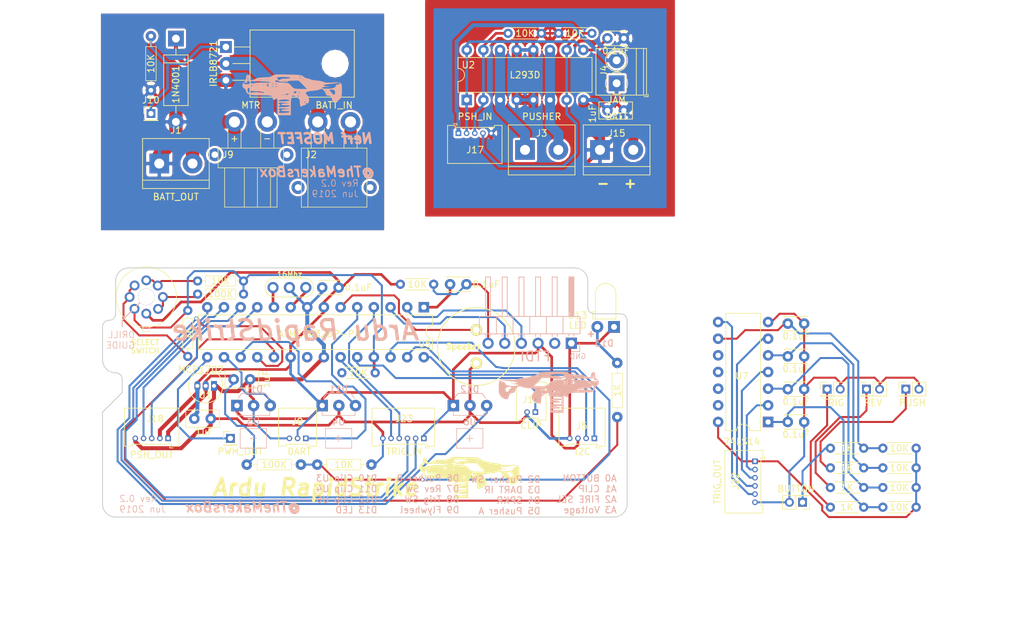
<source format=kicad_pcb>
(kicad_pcb (version 4) (host pcbnew 4.0.7)
  (title_block (date "lun. 30 mars 2015"))
  (layers (0 F.Cu signal) (31 B.Cu signal) (34 B.Paste user) (35 F.Paste user) (36 B.SilkS user) (37 F.SilkS user) (38 B.Mask user) (39 F.Mask user) (44 Edge.Cuts user))
  (net 0 "")
  (net 1 /Reset)
  (net 2 GND)
  (net 3 /A0)
  (net 4 /A1)
  (net 5 /A2)
  (net 6 /A3)
  (net 7 /AREF)
  (net 8 "/A4(SDA)")
  (net 9 "/A5(SCL)")
  (net 10 "/9(**)")
  (net 11 /8)
  (net 12 /7)
  (net 13 "/6(**)")
  (net 14 "/5(**)")
  (net 15 /4)
  (net 16 "/3(**)")
  (net 17 /2)
  (net 18 "/13(SCK)")
  (net 19 "/12(MISO)")
  (net 20 VCC)
  (net 21 "Net-(D2-Pad2)")
  (net 22 "Net-(U5-Pad9)")
  (net 23 "Net-(U5-Pad10)")
  (net 24 "/11(MOSI)")
  (net 25 "/10(SS)")
  (net 26 "Net-(D1-Pad1)")
  (net 27 "Net-(J3-Pad1)")
  (net 28 "Net-(J3-Pad2)")
  (net 29 /TRIG)
  (net 30 "/0(Rx)")
  (net 31 "/1(Tx)")
  (net 32 "Net-(J7-Pad2)")
  (net 33 /Vin)
  (net 34 "Net-(R14-Pad2)")
  (net 35 "Net-(R15-Pad2)")
  (net 36 "Net-(R13-Pad2)")
  (net 37 "Net-(C6-Pad1)")
  (net 38 "Net-(C7-Pad1)")
  (net 39 "Net-(C8-Pad1)")
  (net 40 /#RTS)
  (net 41 "Net-(C2-Pad1)")
  (net 42 "Net-(C3-Pad1)")
  (net 43 "Net-(J17-Pad3)")
  (net 44 "Net-(C10-Pad1)")
  (net 45 "Net-(J6-Pad1)")
  (net 46 "Net-(J17-Pad4)")
  (net 47 "Net-(J19-Pad1)")
  (net 48 "Net-(J20-Pad1)")
  (net 49 "Net-(J21-Pad1)")
  (net 50 /REV)
  (net 51 /PUSHER)
  (net 52 /BUTTON)
  (net 53 "Net-(J1-Pad2)")
  (module footprints:Hall_Sensor (layer B.Cu) (at 151.498 107.365)
    (fp_text reference U3 (at 2.5 2.5 180) (layer B.SilkS) (effects (justify mirror)))
    (fp_text value "HALL SENSOR" hide)
    (pad 3 thru_hole circle (at 5.08 0 270) (size 1.75 1.75) (drill 0.8) (layers *.Cu *.Mask) (net 25 "/10(SS)"))
    (pad 2 thru_hole circle (at 2.54 0 270) (size 1.75 1.75) (drill 0.8) (layers *.Cu *.Mask) (net 2 GND))
    (pad 1 thru_hole rect (at 0 0 270) (size 1.75 1.75) (drill 0.8) (layers *.Cu *.Mask) (net 20 VCC))
  )
  (module footprints:RS_left (layer B.Cu) (at 198.998 104.365 180)
    (fp_text reference G*** hide)
    (fp_text value LOGO hide)
  )
  (module footprints:SPEAKER (layer F.Cu) (at 187.998 98.365)
    (fp_text reference LS1 hide)
    (fp_text value Speaker (at -2 0) (layer F.SilkS) (effects (font (size 0.889 0.889) (thickness 0.22225))))
    (pad 2 thru_hole circle (at 0 2.54) (size 1.778 1.778) (drill 1.016) (layers *.Cu *.Mask F.SilkS) (net 2 GND))
    (pad 1 thru_hole circle (at 0 -2.54) (size 1.778 1.778) (drill 1.016) (layers *.Cu *.Mask F.SilkS) (net 15 /4))
  )
  (module footprints:DIP-28_W7.62mm (layer F.Cu) (at 179.998 92.365 270)
    (fp_text reference U5 (at 5.588 -0.127 360) (layer F.SilkS))
    (fp_text value ATMEGA328P-PU (at 4.064 15.875 360) (layer F.SilkS))
    (pad 1 thru_hole rect (at 0 0 270) (size 1.6 1.6) (drill 0.8) (layers *.Cu *.Mask) (net 1 /Reset))
    (pad 15 thru_hole oval (at 7.62 33.02 270) (size 1.6 1.6) (drill 0.8) (layers *.Cu *.Mask) (net 10 "/9(**)"))
    (pad 2 thru_hole oval (at 0 2.54 270) (size 1.6 1.6) (drill 0.8) (layers *.Cu *.Mask) (net 30 "/0(Rx)"))
    (pad 16 thru_hole oval (at 7.62 30.48 270) (size 1.6 1.6) (drill 0.8) (layers *.Cu *.Mask) (net 25 "/10(SS)"))
    (pad 3 thru_hole oval (at 0 5.08 270) (size 1.6 1.6) (drill 0.8) (layers *.Cu *.Mask) (net 31 "/1(Tx)"))
    (pad 17 thru_hole oval (at 7.62 27.94 270) (size 1.6 1.6) (drill 0.8) (layers *.Cu *.Mask) (net 24 "/11(MOSI)"))
    (pad 4 thru_hole oval (at 0 7.62 270) (size 1.6 1.6) (drill 0.8) (layers *.Cu *.Mask) (net 17 /2))
    (pad 18 thru_hole oval (at 7.62 25.4 270) (size 1.6 1.6) (drill 0.8) (layers *.Cu *.Mask) (net 19 "/12(MISO)"))
    (pad 5 thru_hole oval (at 0 10.16 270) (size 1.6 1.6) (drill 0.8) (layers *.Cu *.Mask) (net 16 "/3(**)"))
    (pad 19 thru_hole oval (at 7.62 22.86 270) (size 1.6 1.6) (drill 0.8) (layers *.Cu *.Mask) (net 18 "/13(SCK)"))
    (pad 6 thru_hole oval (at 0 12.7 270) (size 1.6 1.6) (drill 0.8) (layers *.Cu *.Mask) (net 15 /4))
    (pad 20 thru_hole oval (at 7.62 20.32 270) (size 1.6 1.6) (drill 0.8) (layers *.Cu *.Mask) (net 20 VCC))
    (pad 7 thru_hole oval (at 0 15.24 270) (size 1.6 1.6) (drill 0.8) (layers *.Cu *.Mask) (net 20 VCC))
    (pad 21 thru_hole oval (at 7.62 17.78 270) (size 1.6 1.6) (drill 0.8) (layers *.Cu *.Mask) (net 7 /AREF))
    (pad 8 thru_hole oval (at 0 17.78 270) (size 1.6 1.6) (drill 0.8) (layers *.Cu *.Mask) (net 2 GND))
    (pad 22 thru_hole oval (at 7.62 15.24 270) (size 1.6 1.6) (drill 0.8) (layers *.Cu *.Mask) (net 2 GND))
    (pad 9 thru_hole oval (at 0 20.32 270) (size 1.6 1.6) (drill 0.8) (layers *.Cu *.Mask) (net 22 "Net-(U5-Pad9)"))
    (pad 23 thru_hole oval (at 7.62 12.7 270) (size 1.6 1.6) (drill 0.8) (layers *.Cu *.Mask) (net 3 /A0))
    (pad 10 thru_hole oval (at 0 22.86 270) (size 1.6 1.6) (drill 0.8) (layers *.Cu *.Mask) (net 23 "Net-(U5-Pad10)"))
    (pad 24 thru_hole oval (at 7.62 10.16 270) (size 1.6 1.6) (drill 0.8) (layers *.Cu *.Mask) (net 4 /A1))
    (pad 11 thru_hole oval (at 0 25.4 270) (size 1.6 1.6) (drill 0.8) (layers *.Cu *.Mask) (net 14 "/5(**)"))
    (pad 25 thru_hole oval (at 7.62 7.62 270) (size 1.6 1.6) (drill 0.8) (layers *.Cu *.Mask) (net 5 /A2))
    (pad 12 thru_hole oval (at 0 27.94 270) (size 1.6 1.6) (drill 0.8) (layers *.Cu *.Mask) (net 13 "/6(**)"))
    (pad 26 thru_hole oval (at 7.62 5.08 270) (size 1.6 1.6) (drill 0.8) (layers *.Cu *.Mask) (net 6 /A3))
    (pad 13 thru_hole oval (at 0 30.48 270) (size 1.6 1.6) (drill 0.8) (layers *.Cu *.Mask) (net 12 /7))
    (pad 27 thru_hole oval (at 7.62 2.54 270) (size 1.6 1.6) (drill 0.8) (layers *.Cu *.Mask) (net 8 "/A4(SDA)"))
    (pad 14 thru_hole oval (at 0 33.02 270) (size 1.6 1.6) (drill 0.8) (layers *.Cu *.Mask) (net 11 /8))
    (pad 28 thru_hole oval (at 7.62 0 270) (size 1.6 1.6) (drill 0.8) (layers *.Cu *.Mask) (net 9 "/A5(SCL)"))
  )
  (module footprints:TO-220-3_Horizontal (layer F.Cu) (at 149.808 52.675 270)
    (fp_text reference Q1 hide)
    (fp_text value IRLB8721 (at 2.54 1.9 270) (layer F.SilkS))
    (pad 0 np_thru_hole oval (at 2.54 -16.66 270) (size 3.5 3.5) (drill 3.5) (layers *.Cu *.Mask))
    (pad 1 thru_hole rect (at 0 0 270) (size 1.8 1.8) (drill 1) (layers *.Cu *.Mask) (net 10 "/9(**)"))
    (pad 2 thru_hole oval (at 2.54 0 270) (size 1.8 1.8) (drill 1) (layers *.Cu *.Mask) (net 26 "Net-(D1-Pad1)"))
    (pad 3 thru_hole oval (at 5.08 0 270) (size 1.8 1.8) (drill 1) (layers *.Cu *.Mask) (net 2 GND))
  )
  (module footprints:XT30PW_F (layer F.Cu) (at 153.618 64.105 180)
    (fp_text reference J9 (at 3.5 -5 180) (layer F.SilkS))
    (fp_text value MTR (at 0 2.54 180) (layer F.SilkS))
    (fp_text user - (at -2.5 -2.5 180) (layer F.SilkS))
    (fp_text user + (at 2.5 -2.5 180) (layer F.SilkS))
    (pad 3 thru_hole circle (at -5.5 -5 180) (size 2 2) (drill 1) (layers *.Cu *.Mask))
    (pad 2 thru_hole circle (at -2.5 0 180) (size 3 3) (drill 1.7) (layers *.Cu *.Mask) (net 26 "Net-(D1-Pad1)"))
    (pad 1 thru_hole circle (at 2.5 0 180) (size 3 3) (drill 1.7) (layers *.Cu *.Mask) (net 53 "Net-(J1-Pad2)"))
    (pad 3 thru_hole circle (at 5.5 -5 180) (size 2 2) (drill 1) (layers *.Cu *.Mask))
  )
  (module footprints:D_DO-15_P12.70mm_Horizontal (layer F.Cu) (at 142.188 51.405 270)
    (fp_text reference D1 hide)
    (fp_text value 1N4001 (at 6.985 0 270) (layer F.SilkS))
    (pad 1 thru_hole rect (at 0 0 270) (size 2.4 2.4) (drill 1.2) (layers *.Cu *.Mask) (net 26 "Net-(D1-Pad1)"))
    (pad 2 thru_hole oval (at 12.7 0 270) (size 2.4 2.4) (drill 1.2) (layers *.Cu *.Mask) (net 2 GND))
  )
  (module footprints:R_Axial_DIN0204_L3.6mm_D1.6mm_P7.62mm_Horizontal (layer F.Cu) (at 138.378 59.025 90)
    (fp_text reference R9)
    (fp_text value 10K (at 3.81 0 90) (layer F.SilkS))
    (pad 1 thru_hole circle (at -0.25 0 90) (size 1.6 1.6) (drill 0.7) (layers *.Cu *.Mask) (net 2 GND))
    (pad 2 thru_hole circle (at 8 0 90) (size 1.6 1.6) (drill 0.7) (layers *.Cu *.Mask) (net 10 "/9(**)"))
  )
  (module footprints:XT30PW_M (layer F.Cu) (at 166.318 64.105 180)
    (fp_text reference J2 (at 3.5 -5 180) (layer F.SilkS))
    (fp_text value BATT_IN (at 0 2.54 180) (layer F.SilkS))
    (fp_text user - (at 2.5 -2.5 180) (layer F.SilkS))
    (fp_text user + (at -2.5 -2.5 180) (layer F.SilkS))
    (pad 3 thru_hole circle (at -5.5 -10 180) (size 2 2) (drill 1) (layers *.Cu *.Mask))
    (pad 1 thru_hole circle (at -2.5 0 180) (size 3 3) (drill 1.7) (layers *.Cu *.Mask) (net 53 "Net-(J1-Pad2)"))
    (pad 2 thru_hole circle (at 2.5 0 180) (size 3 3) (drill 1.7) (layers *.Cu *.Mask) (net 2 GND))
    (pad 3 thru_hole circle (at 5.5 -10 180) (size 2 2) (drill 1) (layers *.Cu *.Mask))
  )
  (module footprints:R_Axial_DIN0204_L3.6mm_D1.6mm_P7.62mm_Horizontal (layer F.Cu) (at 160.998 116.365 180)
    (fp_text reference R8)
    (fp_text value 100K (at 3.81 0 180) (layer F.SilkS))
    (pad 1 thru_hole circle (at -0.25 0 180) (size 1.6 1.6) (drill 0.7) (layers *.Cu *.Mask) (net 6 /A3))
    (pad 2 thru_hole circle (at 8 0 180) (size 1.6 1.6) (drill 0.7) (layers *.Cu *.Mask) (net 33 /Vin))
  )
  (module footprints:R__P5.08mm (layer F.Cu) (at 169.998 102.365)
    (fp_text reference R16 hide)
    (fp_text value 10K (at 0 0) (layer F.SilkS))
    (pad 1 thru_hole circle (at -2.5 0) (size 1.4 1.4) (drill 0.7) (layers *.Cu *.Mask) (net 2 GND))
    (pad 2 thru_hole oval (at 2.58 0) (size 1.4 1.4) (drill 0.7) (layers *.Cu *.Mask) (net 5 /A2))
  )
  (module footprints:R__P5.08mm (layer F.Cu) (at 252.498 116.865)
    (fp_text reference R10 hide)
    (fp_text value 10K (at 0 0) (layer F.SilkS))
    (pad 1 thru_hole circle (at -2.5 0) (size 1.4 1.4) (drill 0.7) (layers *.Cu *.Mask) (net 39 "Net-(C8-Pad1)"))
    (pad 2 thru_hole oval (at 2.58 0) (size 1.4 1.4) (drill 0.7) (layers *.Cu *.Mask) (net 20 VCC))
  )
  (module footprints:R__P5.08mm (layer F.Cu) (at 195.428 50.595 180)
    (fp_text reference R1 hide)
    (fp_text value 10K (at 0 0 180) (layer F.SilkS))
    (pad 1 thru_hole circle (at -2.5 0 180) (size 1.4 1.4) (drill 0.7) (layers *.Cu *.Mask) (net 2 GND))
    (pad 2 thru_hole oval (at 2.58 0 180) (size 1.4 1.4) (drill 0.7) (layers *.Cu *.Mask) (net 43 "Net-(J17-Pad3)"))
  )
  (module footprints:R__P5.08mm (layer F.Cu) (at 203.048 50.595)
    (fp_text reference R3 hide)
    (fp_text value 10K (at 0 0) (layer F.SilkS))
    (pad 1 thru_hole circle (at -2.5 0) (size 1.4 1.4) (drill 0.7) (layers *.Cu *.Mask) (net 2 GND))
    (pad 2 thru_hole oval (at 2.58 0) (size 1.4 1.4) (drill 0.7) (layers *.Cu *.Mask) (net 46 "Net-(J17-Pad4)"))
  )
  (module footprints:R__P5.08mm (layer F.Cu) (at 252.498 122.865)
    (fp_text reference R4 hide)
    (fp_text value 10K (at 0 0) (layer F.SilkS))
    (pad 1 thru_hole circle (at -2.5 0) (size 1.4 1.4) (drill 0.7) (layers *.Cu *.Mask) (net 37 "Net-(C6-Pad1)"))
    (pad 2 thru_hole oval (at 2.58 0) (size 1.4 1.4) (drill 0.7) (layers *.Cu *.Mask) (net 20 VCC))
  )
  (module footprints:R__P5.08mm (layer F.Cu) (at 252.498 119.865)
    (fp_text reference R6 hide)
    (fp_text value 10K (at 0 0) (layer F.SilkS))
    (pad 1 thru_hole circle (at -2.5 0) (size 1.4 1.4) (drill 0.7) (layers *.Cu *.Mask) (net 38 "Net-(C7-Pad1)"))
    (pad 2 thru_hole oval (at 2.58 0) (size 1.4 1.4) (drill 0.7) (layers *.Cu *.Mask) (net 20 VCC))
  )
  (module footprints:Resonator-3pin_w7.0mm_h2.5mm (layer F.Cu) (at 156.998 89.365)
    (fp_text reference Y1 hide)
    (fp_text value 16Mhz (at 2.54 -2.032) (layer F.SilkS) (effects (font (size 0.8 0.8))))
    (pad 1 thru_hole circle (at 0 0) (size 1.7 1.7) (drill 1) (layers *.Cu *.Mask) (net 23 "Net-(U5-Pad10)"))
    (pad 2 thru_hole circle (at 2.5 0) (size 1.7 1.7) (drill 1) (layers *.Cu *.Mask) (net 2 GND))
    (pad 3 thru_hole circle (at 5 0) (size 1.7 1.7) (drill 1) (layers *.Cu *.Mask) (net 22 "Net-(U5-Pad9)"))
  )
  (module footprints:R__P5.08mm (layer F.Cu) (at 244.498 116.865)
    (fp_text reference R11 hide)
    (fp_text value 1K (at 0 0) (layer F.SilkS))
    (pad 1 thru_hole circle (at -2.5 0) (size 1.4 1.4) (drill 0.7) (layers *.Cu *.Mask) (net 48 "Net-(J20-Pad1)"))
    (pad 2 thru_hole oval (at 2.58 0) (size 1.4 1.4) (drill 0.7) (layers *.Cu *.Mask) (net 39 "Net-(C8-Pad1)"))
  )
  (module footprints:R__P5.08mm (layer F.Cu) (at 244.498 119.865)
    (fp_text reference R7 hide)
    (fp_text value 1K (at 0 0) (layer F.SilkS))
    (pad 1 thru_hole circle (at -2.5 0) (size 1.4 1.4) (drill 0.7) (layers *.Cu *.Mask) (net 45 "Net-(J6-Pad1)"))
    (pad 2 thru_hole oval (at 2.58 0) (size 1.4 1.4) (drill 0.7) (layers *.Cu *.Mask) (net 38 "Net-(C7-Pad1)"))
  )
  (module footprints:R__P5.08mm (layer F.Cu) (at 244.498 122.865)
    (fp_text reference R5 hide)
    (fp_text value 1K (at 0 0) (layer F.SilkS))
    (pad 1 thru_hole circle (at -2.5 0) (size 1.4 1.4) (drill 0.7) (layers *.Cu *.Mask) (net 47 "Net-(J19-Pad1)"))
    (pad 2 thru_hole oval (at 2.58 0) (size 1.4 1.4) (drill 0.7) (layers *.Cu *.Mask) (net 37 "Net-(C6-Pad1)"))
  )
  (module footprints:C_Disc_D5.0mm_W2.5mm_P2.50mm (layer F.Cu) (at 150.998 103.365)
    (fp_text reference C1 hide)
    (fp_text value 1uF (at 5 0 90) (layer F.SilkS))
    (pad 1 thru_hole circle (at 0 0) (size 1.6 1.6) (drill 0.8) (layers *.Cu *.Mask) (net 33 /Vin))
    (pad 2 thru_hole circle (at 2.5 0) (size 1.6 1.6) (drill 0.8) (layers *.Cu *.Mask) (net 2 GND))
  )
  (module footprints:C_Disc_D5.0mm_W2.5mm_P2.50mm (layer F.Cu) (at 207.998 62.365)
    (fp_text reference C2 hide)
    (fp_text value 1uF (at -2.286 0.508 90) (layer F.SilkS))
    (pad 1 thru_hole circle (at 0 0) (size 1.6 1.6) (drill 0.8) (layers *.Cu *.Mask) (net 41 "Net-(C2-Pad1)"))
    (pad 2 thru_hole circle (at 2.5 0) (size 1.6 1.6) (drill 0.8) (layers *.Cu *.Mask) (net 2 GND))
  )
  (module footprints:C_Disc_D3.4mm_W2.1mm_P2.50mm (layer F.Cu) (at 207.998 51.365)
    (fp_text reference C3 hide)
    (fp_text value 0.1uF (at 1.27 1.905) (layer F.SilkS))
    (pad 1 thru_hole circle (at 0 0) (size 1.6 1.6) (drill 0.8) (layers *.Cu *.Mask) (net 42 "Net-(C3-Pad1)"))
    (pad 2 thru_hole circle (at 2.5 0) (size 1.6 1.6) (drill 0.8) (layers *.Cu *.Mask) (net 2 GND))
  )
  (module footprints:C_Disc_D5.0mm_W2.5mm_P2.50mm (layer F.Cu) (at 144.998 109.365)
    (fp_text reference C4 hide)
    (fp_text value 1uF (at 1.5 2 180) (layer F.SilkS))
    (pad 1 thru_hole circle (at 0 0) (size 1.6 1.6) (drill 0.8) (layers *.Cu *.Mask) (net 20 VCC))
    (pad 2 thru_hole circle (at 2.5 0) (size 1.6 1.6) (drill 0.8) (layers *.Cu *.Mask) (net 2 GND))
  )
  (module footprints:C_Disc_D3.4mm_W2.1mm_P2.50mm (layer F.Cu) (at 235.498 109.865)
    (fp_text reference C6 hide)
    (fp_text value 0.1uF (at 1.27 1.905) (layer F.SilkS))
    (pad 1 thru_hole circle (at 0 0) (size 1.6 1.6) (drill 0.8) (layers *.Cu *.Mask) (net 37 "Net-(C6-Pad1)"))
    (pad 2 thru_hole circle (at 2.5 0) (size 1.6 1.6) (drill 0.8) (layers *.Cu *.Mask) (net 2 GND))
  )
  (module footprints:C_Disc_D3.4mm_W2.1mm_P2.50mm (layer F.Cu) (at 235.498 104.865)
    (fp_text reference C7 hide)
    (fp_text value 0.1uF (at 1.27 1.905) (layer F.SilkS))
    (pad 1 thru_hole circle (at 0 0) (size 1.6 1.6) (drill 0.8) (layers *.Cu *.Mask) (net 38 "Net-(C7-Pad1)"))
    (pad 2 thru_hole circle (at 2.5 0) (size 1.6 1.6) (drill 0.8) (layers *.Cu *.Mask) (net 2 GND))
  )
  (module footprints:C_Disc_D3.4mm_W2.1mm_P2.50mm (layer F.Cu) (at 235.498 99.865)
    (fp_text reference C8 hide)
    (fp_text value 0.1uF (at 1.27 1.905) (layer F.SilkS))
    (pad 1 thru_hole circle (at 0 0) (size 1.6 1.6) (drill 0.8) (layers *.Cu *.Mask) (net 39 "Net-(C8-Pad1)"))
    (pad 2 thru_hole circle (at 2.5 0) (size 1.6 1.6) (drill 0.8) (layers *.Cu *.Mask) (net 2 GND))
  )
  (module footprints:LED_D3.0mm_Horizontal_O1.27mm_Z10.0mm (layer F.Cu) (at 208.998 95.365 180)
    (fp_text reference D2 hide)
    (fp_text value D13 (at 5.544 1.766 180) (layer F.SilkS))
    (pad 1 thru_hole rect (at 0 0 180) (size 1.8 1.8) (drill 0.9) (layers *.Cu *.Mask) (net 2 GND))
    (pad 2 thru_hole circle (at 2.54 0 180) (size 1.8 1.8) (drill 0.9) (layers *.Cu *.Mask) (net 21 "Net-(D2-Pad2)"))
  )
  (module footprints:Molex_PicoBlade_53048-0210_02x1.25mm_Angled (layer F.Cu) (at 196.998 108.365 180)
    (fp_text reference J12 (at 0.635 1.905 180) (layer F.SilkS))
    (fp_text value CLIP (at 0.635 -2.032 180) (layer F.SilkS))
    (pad 1 thru_hole rect (at 0 0 180) (size 0.85 0.85) (drill 0.5) (layers *.Cu *.Mask) (net 4 /A1))
    (pad 2 thru_hole circle (at 1.25 0 180) (size 0.85 0.85) (drill 0.5) (layers *.Cu *.Mask) (net 2 GND))
  )
  (module Wire_Pads:SolderWirePad_single_2-5mmDrill (layer F.Cu) (at 195.998 114.365)
    (fp_text reference J13 hide)
    (fp_text value NPTH)
    (pad "" np_thru_hole circle (at 0 0) (size 3 3) (drill 3) (layers *.Cu *.Mask))
  )
  (module Wire_Pads:SolderWirePad_single_2-5mmDrill (layer F.Cu) (at 145.998 114.619)
    (fp_text reference J14 hide)
    (fp_text value NPTH)
    (pad "" np_thru_hole circle (at 0 0) (size 3 3) (drill 3) (layers *.Cu *.Mask))
  )
  (module Wire_Pads:SolderWirePad_single_2-5mmDrill (layer F.Cu) (at 137.668 90.805)
    (fp_text reference J16 hide)
    (fp_text value NPTH)
    (pad "" np_thru_hole circle (at 0 0) (size 2.5 2.5) (drill 2.49936) (layers *.Cu *.Mask))
  )
  (module footprints:TO-92_Inline_Narrow_Oval (layer F.Cu) (at 147.998 104.365 180)
    (fp_text reference U1 (at 1.32 -1.41 180) (layer F.SilkS))
    (fp_text value MCP1702 (at 2 2.5 180) (layer F.SilkS))
    (pad 2 thru_hole oval (at 1.27 0) (size 0.9 1.5) (drill 0.6) (layers *.Cu *.Mask) (net 33 /Vin))
    (pad 3 thru_hole oval (at 2.54 0) (size 0.9 1.5) (drill 0.6) (layers *.Cu *.Mask) (net 20 VCC))
    (pad 1 thru_hole rect (at 0 0) (size 0.9 1.5) (drill 0.6) (layers *.Cu *.Mask) (net 2 GND))
  )
  (module footprints:DIP-16_W7.62mm (layer F.Cu) (at 186.538 60.755 90)
    (fp_text reference U2 (at 5.334 0.254 180) (layer F.SilkS))
    (fp_text value L293D (at 3.81 8.89 180) (layer F.SilkS))
    (pad 1 thru_hole rect (at 0 0 90) (size 1.6 1.6) (drill 0.8) (layers *.Cu *.Mask) (net 42 "Net-(C3-Pad1)"))
    (pad 9 thru_hole oval (at 7.62 17.78 90) (size 1.6 1.6) (drill 0.8) (layers *.Cu *.Mask) (net 42 "Net-(C3-Pad1)"))
    (pad 2 thru_hole oval (at 0 2.54 90) (size 1.6 1.6) (drill 0.8) (layers *.Cu *.Mask) (net 43 "Net-(J17-Pad3)"))
    (pad 10 thru_hole oval (at 7.62 15.24 90) (size 1.6 1.6) (drill 0.8) (layers *.Cu *.Mask) (net 46 "Net-(J17-Pad4)"))
    (pad 3 thru_hole oval (at 0 5.08 90) (size 1.6 1.6) (drill 0.8) (layers *.Cu *.Mask) (net 27 "Net-(J3-Pad1)"))
    (pad 11 thru_hole oval (at 7.62 12.7 90) (size 1.6 1.6) (drill 0.8) (layers *.Cu *.Mask) (net 28 "Net-(J3-Pad2)"))
    (pad 4 thru_hole oval (at 0 7.62 90) (size 1.6 1.6) (drill 0.8) (layers *.Cu *.Mask) (net 2 GND))
    (pad 12 thru_hole oval (at 7.62 10.16 90) (size 1.6 1.6) (drill 0.8) (layers *.Cu *.Mask) (net 2 GND))
    (pad 5 thru_hole oval (at 0 10.16 90) (size 1.6 1.6) (drill 0.8) (layers *.Cu *.Mask) (net 2 GND))
    (pad 13 thru_hole oval (at 7.62 7.62 90) (size 1.6 1.6) (drill 0.8) (layers *.Cu *.Mask) (net 2 GND))
    (pad 6 thru_hole oval (at 0 12.7 90) (size 1.6 1.6) (drill 0.8) (layers *.Cu *.Mask) (net 28 "Net-(J3-Pad2)"))
    (pad 14 thru_hole oval (at 7.62 5.08 90) (size 1.6 1.6) (drill 0.8) (layers *.Cu *.Mask) (net 27 "Net-(J3-Pad1)"))
    (pad 7 thru_hole oval (at 0 15.24 90) (size 1.6 1.6) (drill 0.8) (layers *.Cu *.Mask) (net 46 "Net-(J17-Pad4)"))
    (pad 15 thru_hole oval (at 7.62 2.54 90) (size 1.6 1.6) (drill 0.8) (layers *.Cu *.Mask) (net 43 "Net-(J17-Pad3)"))
    (pad 8 thru_hole oval (at 0 17.78 90) (size 1.6 1.6) (drill 0.8) (layers *.Cu *.Mask) (net 41 "Net-(C2-Pad1)"))
    (pad 16 thru_hole oval (at 7.62 0 90) (size 1.6 1.6) (drill 0.8) (layers *.Cu *.Mask) (net 42 "Net-(C3-Pad1)"))
  )
  (module footprints:Molex_PicoBlade_53048-0410_04x1.25mm_Angled (layer F.Cu) (at 205.998 112.365 180)
    (fp_text reference J5 (at 1.905 1.905 180) (layer F.SilkS))
    (fp_text value I2C (at 1.778 -2.032 180) (layer F.SilkS))
    (pad 1 thru_hole rect (at 0 0 180) (size 0.85 0.85) (drill 0.5) (layers *.Cu *.Mask) (net 8 "/A4(SDA)"))
    (pad 2 thru_hole circle (at 1.25 0 180) (size 0.85 0.85) (drill 0.5) (layers *.Cu *.Mask) (net 9 "/A5(SCL)"))
    (pad 3 thru_hole circle (at 2.5 0 180) (size 0.85 0.85) (drill 0.5) (layers *.Cu *.Mask) (net 20 VCC))
    (pad 4 thru_hole circle (at 3.75 0 180) (size 0.85 0.85) (drill 0.5) (layers *.Cu *.Mask) (net 2 GND))
  )
  (module footprints:SW_Rotary8 (layer F.Cu) (at 137.668 90.805 180)
    (fp_text reference SW1 hide)
    (fp_text value SW_Rotary8)
    (pad 8 thru_hole circle (at 0 -2.54 180) (size 1.5 1.5) (drill 0.9) (layers *.Cu *.Mask) (net 20 VCC))
    (pad 1 thru_hole circle (at 1.7907 -1.8034 180) (size 1.5 1.5) (drill 0.9) (layers *.Cu *.Mask) (net 5 /A2))
    (pad 2 thru_hole oval (at 2.54 0 180) (size 1.5 1.5) (drill 0.9) (layers *.Cu *.Mask) (net 35 "Net-(R15-Pad2)"))
    (pad 3 thru_hole oval (at 1.778 1.7526 180) (size 1.5 1.5) (drill 0.9) (layers *.Cu *.Mask) (net 35 "Net-(R15-Pad2)"))
    (pad 4 thru_hole oval (at 0 2.54 180) (size 1.5 1.5) (drill 0.9) (layers *.Cu *.Mask) (net 34 "Net-(R14-Pad2)"))
    (pad 5 thru_hole oval (at -1.7526 1.7399 180) (size 1.5 1.5) (drill 0.9) (layers *.Cu *.Mask) (net 34 "Net-(R14-Pad2)"))
    (pad 6 thru_hole oval (at -2.54 0 180) (size 1.5 1.5) (drill 0.9) (layers *.Cu *.Mask) (net 36 "Net-(R13-Pad2)"))
    (pad 7 thru_hole oval (at -1.8034 -1.8161 180) (size 1.5 1.5) (drill 0.9) (layers *.Cu *.Mask) (net 36 "Net-(R13-Pad2)"))
  )
  (module footprints:C_Disc_D3.4mm_W2.1mm_P2.50mm (layer F.Cu) (at 166.998 89.365 180)
    (fp_text reference C5 hide)
    (fp_text value 0.1uF (at -3 0 180) (layer F.SilkS))
    (pad 1 thru_hole circle (at 0 0 180) (size 1.6 1.6) (drill 0.8) (layers *.Cu *.Mask) (net 20 VCC))
    (pad 2 thru_hole circle (at 2.5 0 180) (size 1.6 1.6) (drill 0.8) (layers *.Cu *.Mask) (net 2 GND))
  )
  (module footprints:TerminalBlock_Phoenix_PT-1,5-2-3.5-H_1x02_P3.50mm_Horizontal (layer F.Cu) (at 209.398 58.215 90)
    (fp_text reference J4 (at 1.905 -1.905 90) (layer F.SilkS))
    (fp_text value JAM (at -2.54 0 360) (layer F.SilkS))
    (pad 1 thru_hole rect (at 0 0 90) (size 2.4 2.4) (drill 1.2) (layers *.Cu *.Mask) (net 41 "Net-(C2-Pad1)"))
    (pad 2 thru_hole circle (at 3.5 0 90) (size 2.4 2.4) (drill 1.2) (layers *.Cu *.Mask) (net 33 /Vin))
  )
  (module footprints:R_Axial_DIN0204_L3.6mm_D1.6mm_P7.62mm_Horizontal (layer F.Cu) (at 163.998 116.365)
    (fp_text reference R12)
    (fp_text value 10K (at 3.81 0) (layer F.SilkS))
    (pad 1 thru_hole circle (at -0.25 0) (size 1.6 1.6) (drill 0.7) (layers *.Cu *.Mask) (net 6 /A3))
    (pad 2 thru_hole circle (at 8 0) (size 1.6 1.6) (drill 0.7) (layers *.Cu *.Mask) (net 2 GND))
  )
  (module footprints:R_Axial_DIN0204_L3.6mm_D1.6mm_P7.62mm_Horizontal (layer F.Cu) (at 209.498 108.865 90)
    (fp_text reference R2)
    (fp_text value 1K (at 3.81 0 90) (layer F.SilkS))
    (pad 1 thru_hole circle (at -0.25 0 90) (size 1.6 1.6) (drill 0.7) (layers *.Cu *.Mask) (net 18 "/13(SCK)"))
    (pad 2 thru_hole circle (at 8 0 90) (size 1.6 1.6) (drill 0.7) (layers *.Cu *.Mask) (net 21 "Net-(D2-Pad2)"))
  )
  (module footprints:R__P7mm (layer F.Cu) (at 148.998 90.365 180)
    (fp_text reference R13 hide)
    (fp_text value 100K (at 0 0 180) (layer F.SilkS))
    (pad 1 thru_hole circle (at -3.5 0 180) (size 1.4 1.4) (drill 0.7) (layers *.Cu *.Mask) (net 5 /A2))
    (pad 2 thru_hole oval (at 3.5 0 180) (size 1.4 1.4) (drill 0.7) (layers *.Cu *.Mask) (net 36 "Net-(R13-Pad2)"))
  )
  (module footprints:R__P7mm (layer F.Cu) (at 148.998 88.365 180)
    (fp_text reference R14 hide)
    (fp_text value 10K (at 0 0 180) (layer F.SilkS))
    (pad 1 thru_hole circle (at -3.5 0 180) (size 1.4 1.4) (drill 0.7) (layers *.Cu *.Mask) (net 5 /A2))
    (pad 2 thru_hole oval (at 3.5 0 180) (size 1.4 1.4) (drill 0.7) (layers *.Cu *.Mask) (net 34 "Net-(R14-Pad2)"))
  )
  (module footprints:R__P7mm (layer F.Cu) (at 143.998 96.365 270)
    (fp_text reference R15 hide)
    (fp_text value 1K (at 0 0 270) (layer F.SilkS))
    (pad 1 thru_hole circle (at -3.5 0 270) (size 1.4 1.4) (drill 0.7) (layers *.Cu *.Mask) (net 5 /A2))
    (pad 2 thru_hole oval (at 3.5 0 270) (size 1.4 1.4) (drill 0.7) (layers *.Cu *.Mask) (net 35 "Net-(R15-Pad2)"))
  )
  (module footprints:RS_left (layer F.Cu) (at 186.998 117.365)
    (fp_text reference G*** hide)
    (fp_text value LOGO hide)
  )
  (module footprints:RS_right (layer B.Cu) (at 159.968 59.025 180)
    (fp_text reference G*** hide)
    (fp_text value LOGO hide)
  )
  (module footprints:C_Disc_D3.4mm_W2.1mm_P2.50mm (layer F.Cu) (at 186.498 88.865 180)
    (fp_text reference C9 hide)
    (fp_text value 0.1uF (at -3 0 180) (layer F.SilkS))
    (pad 1 thru_hole circle (at 0 0 180) (size 1.6 1.6) (drill 0.8) (layers *.Cu *.Mask) (net 40 /#RTS))
    (pad 2 thru_hole circle (at 2.5 0 180) (size 1.6 1.6) (drill 0.8) (layers *.Cu *.Mask) (net 1 /Reset))
  )
  (module footprints:R__P5.08mm (layer F.Cu) (at 178.998 88.865 180)
    (fp_text reference R17 hide)
    (fp_text value 10K (at 0 0 180) (layer F.SilkS))
    (pad 1 thru_hole circle (at -2.5 0 180) (size 1.4 1.4) (drill 0.7) (layers *.Cu *.Mask) (net 40 /#RTS))
    (pad 2 thru_hole oval (at 2.58 0 180) (size 1.4 1.4) (drill 0.7) (layers *.Cu *.Mask) (net 20 VCC))
  )
  (module Connectors_Terminal_Blocks:TerminalBlock_bornier-2_P5.08mm (layer F.Cu) (at 206.858 68.375)
    (fp_text reference J15 (at 2.54 -2.54) (layer F.SilkS))
    (fp_text value BATT (at 2.54 -5.08) (layer F.SilkS))
    (pad 1 thru_hole rect (at 0 0) (size 3 3) (drill 1.52) (layers *.Cu *.Mask) (net 2 GND))
    (pad 2 thru_hole circle (at 5.08 0) (size 3 3) (drill 1.52) (layers *.Cu *.Mask) (net 41 "Net-(C2-Pad1)"))
  )
  (module Connectors_Terminal_Blocks:TerminalBlock_bornier-2_P5.08mm (layer F.Cu) (at 195.428 68.375)
    (fp_text reference J3 (at 2.54 -2.54) (layer F.SilkS))
    (fp_text value PUSHER (at 2.54 -5.08) (layer F.SilkS))
    (pad 1 thru_hole rect (at 0 0) (size 3 3) (drill 1.52) (layers *.Cu *.Mask) (net 27 "Net-(J3-Pad1)"))
    (pad 2 thru_hole circle (at 5.08 0) (size 3 3) (drill 1.52) (layers *.Cu *.Mask) (net 28 "Net-(J3-Pad2)"))
  )
  (module footprints:C_Disc_D3.4mm_W2.1mm_P2.50mm (layer F.Cu) (at 235.498 94.865)
    (fp_text reference C10 hide)
    (fp_text value 0.1uF (at 1.27 1.905) (layer F.SilkS))
    (pad 1 thru_hole circle (at 0 0) (size 1.6 1.6) (drill 0.8) (layers *.Cu *.Mask) (net 44 "Net-(C10-Pad1)"))
    (pad 2 thru_hole circle (at 2.5 0) (size 1.6 1.6) (drill 0.8) (layers *.Cu *.Mask) (net 2 GND))
  )
  (module Pin_Headers:Pin_Header_Straight_2x01_Pitch2.00mm (layer F.Cu) (at 241.498 104.865)
    (fp_text reference J19 hide)
    (fp_text value TRIG (at 1 2.06) (layer F.SilkS))
    (pad 1 thru_hole rect (at 0 0) (size 1.35 1.35) (drill 0.8) (layers *.Cu *.Mask) (net 47 "Net-(J19-Pad1)"))
    (pad 2 thru_hole oval (at 2 0) (size 1.35 1.35) (drill 0.8) (layers *.Cu *.Mask) (net 2 GND))
  )
  (module Pin_Headers:Pin_Header_Straight_2x01_Pitch2.00mm (layer F.Cu) (at 253.498 104.865)
    (fp_text reference J20 hide)
    (fp_text value PUSH (at 1 2.06) (layer F.SilkS))
    (pad 1 thru_hole rect (at 0 0) (size 1.35 1.35) (drill 0.8) (layers *.Cu *.Mask) (net 48 "Net-(J20-Pad1)"))
    (pad 2 thru_hole oval (at 2 0) (size 1.35 1.35) (drill 0.8) (layers *.Cu *.Mask) (net 2 GND))
  )
  (module Pin_Headers:Pin_Header_Straight_2x01_Pitch2.00mm (layer F.Cu) (at 237.748 122.115 180)
    (fp_text reference J21 hide)
    (fp_text value BUTTON (at 1 2.06 180) (layer F.SilkS))
    (pad 1 thru_hole rect (at 0 0 180) (size 1.35 1.35) (drill 0.8) (layers *.Cu *.Mask) (net 49 "Net-(J21-Pad1)"))
    (pad 2 thru_hole oval (at 2 0 180) (size 1.35 1.35) (drill 0.8) (layers *.Cu *.Mask) (net 2 GND))
  )
  (module Connectors_Molex:Molex_PicoBlade_53048-0610_06x1.25mm_Angled (layer F.Cu) (at 230.498 115.865 270)
    (fp_text reference J22 (at 3 3 270) (layer F.SilkS))
    (fp_text value TRIG_OUT (at 3.125 5.75 270) (layer F.SilkS))
    (pad 1 thru_hole rect (at 0 0 270) (size 0.85 0.85) (drill 0.5) (layers *.Cu *.Mask) (net 20 VCC))
    (pad 2 thru_hole circle (at 1.25 0 270) (size 0.85 0.85) (drill 0.5) (layers *.Cu *.Mask) (net 29 /TRIG))
    (pad 3 thru_hole circle (at 2.5 0 270) (size 0.85 0.85) (drill 0.5) (layers *.Cu *.Mask) (net 50 /REV))
    (pad 4 thru_hole circle (at 3.75 0 270) (size 0.85 0.85) (drill 0.5) (layers *.Cu *.Mask) (net 51 /PUSHER))
    (pad 5 thru_hole circle (at 5 0 270) (size 0.85 0.85) (drill 0.5) (layers *.Cu *.Mask) (net 52 /BUTTON))
    (pad 6 thru_hole circle (at 6.25 0 270) (size 0.85 0.85) (drill 0.5) (layers *.Cu *.Mask) (net 2 GND))
  )
  (module Connectors_Molex:Molex_PicoBlade_53048-0610_06x1.25mm_Angled (layer F.Cu) (at 179.998 112.365 180)
    (fp_text reference J23 (at 3 3 180) (layer F.SilkS))
    (fp_text value TRIG_IN (at 3 -2 180) (layer F.SilkS))
    (pad 1 thru_hole rect (at 0 0 180) (size 0.85 0.85) (drill 0.5) (layers *.Cu *.Mask) (net 20 VCC))
    (pad 2 thru_hole circle (at 1.25 0 180) (size 0.85 0.85) (drill 0.5) (layers *.Cu *.Mask) (net 11 /8))
    (pad 3 thru_hole circle (at 2.5 0 180) (size 0.85 0.85) (drill 0.5) (layers *.Cu *.Mask) (net 12 /7))
    (pad 4 thru_hole circle (at 3.75 0 180) (size 0.85 0.85) (drill 0.5) (layers *.Cu *.Mask) (net 17 /2))
    (pad 5 thru_hole circle (at 5 0 180) (size 0.85 0.85) (drill 0.5) (layers *.Cu *.Mask) (net 3 /A0))
    (pad 6 thru_hole circle (at 6.25 0 180) (size 0.85 0.85) (drill 0.5) (layers *.Cu *.Mask) (net 2 GND))
  )
  (module footprints:R__P5.08mm (layer F.Cu) (at 244.498 113.865)
    (fp_text reference R18 hide)
    (fp_text value 1K (at 0 0) (layer F.SilkS))
    (pad 1 thru_hole circle (at -2.5 0) (size 1.4 1.4) (drill 0.7) (layers *.Cu *.Mask) (net 49 "Net-(J21-Pad1)"))
    (pad 2 thru_hole oval (at 2.58 0) (size 1.4 1.4) (drill 0.7) (layers *.Cu *.Mask) (net 44 "Net-(C10-Pad1)"))
  )
  (module footprints:R__P5.08mm (layer F.Cu) (at 252.498 113.865)
    (fp_text reference R19 hide)
    (fp_text value 10K (at 0 0) (layer F.SilkS))
    (pad 1 thru_hole circle (at -2.5 0) (size 1.4 1.4) (drill 0.7) (layers *.Cu *.Mask) (net 44 "Net-(C10-Pad1)"))
    (pad 2 thru_hole oval (at 2.58 0) (size 1.4 1.4) (drill 0.7) (layers *.Cu *.Mask) (net 20 VCC))
  )
  (module Pin_Headers:Pin_Header_Straight_2x01_Pitch2.00mm (layer F.Cu) (at 247.498 104.865)
    (fp_text reference J6 hide)
    (fp_text value REV (at 1 2.06) (layer F.SilkS))
    (pad 1 thru_hole rect (at 0 0) (size 1.35 1.35) (drill 0.8) (layers *.Cu *.Mask) (net 45 "Net-(J6-Pad1)"))
    (pad 2 thru_hole oval (at 2 0) (size 1.35 1.35) (drill 0.8) (layers *.Cu *.Mask) (net 2 GND))
  )
  (module Pin_Headers:Pin_Header_Straight_1x01_Pitch2.00mm (layer F.Cu) (at 138.378 62.835)
    (fp_text reference J10 (at 0 -2.06) (layer F.SilkS))
    (fp_text value PWM_IN)
    (pad 1 thru_hole rect (at 0 0) (size 1.35 1.35) (drill 0.8) (layers *.Cu *.Mask) (net 10 "/9(**)"))
  )
  (module Connectors_Terminal_Blocks:TerminalBlock_bornier-2_P5.08mm (layer F.Cu) (at 139.648 70.455)
    (fp_text reference J1 (at 2.54 -5.08) (layer F.SilkS))
    (fp_text value BATT_OUT (at 2.54 5.08) (layer F.SilkS))
    (pad 1 thru_hole rect (at 0 0) (size 3 3) (drill 1.52) (layers *.Cu *.Mask) (net 2 GND))
    (pad 2 thru_hole circle (at 5.08 0) (size 3 3) (drill 1.52) (layers *.Cu *.Mask) (net 53 "Net-(J1-Pad2)"))
  )
  (module Connectors_Molex:Molex_PicoBlade_53048-0310_03x1.25mm_Angled (layer F.Cu) (at 161.998 112.365 180)
    (fp_text reference J8 (at 1.27 2.54 180) (layer F.SilkS))
    (fp_text value DART (at 1 -2 180) (layer F.SilkS))
    (pad 1 thru_hole rect (at 0 0 180) (size 0.85 0.85) (drill 0.5) (layers *.Cu *.Mask) (net 16 "/3(**)"))
    (pad 2 thru_hole circle (at 1.25 0 180) (size 0.85 0.85) (drill 0.5) (layers *.Cu *.Mask) (net 20 VCC))
    (pad 3 thru_hole circle (at 2.5 0 180) (size 0.85 0.85) (drill 0.5) (layers *.Cu *.Mask) (net 2 GND))
  )
  (module Connectors_Molex:Molex_PicoBlade_53048-0510_05x1.25mm_Angled (layer F.Cu) (at 140.998 112.365 180)
    (fp_text reference J18 (at 2 3 180) (layer F.SilkS))
    (fp_text value PSH_OUT (at 2.5 -2.5 180) (layer F.SilkS))
    (pad 1 thru_hole rect (at 0 0 180) (size 0.85 0.85) (drill 0.5) (layers *.Cu *.Mask) (net 33 /Vin))
    (pad 2 thru_hole circle (at 1.25 0 180) (size 0.85 0.85) (drill 0.5) (layers *.Cu *.Mask) (net 20 VCC))
    (pad 3 thru_hole circle (at 2.5 0 180) (size 0.85 0.85) (drill 0.5) (layers *.Cu *.Mask) (net 14 "/5(**)"))
    (pad 4 thru_hole circle (at 3.75 0 180) (size 0.85 0.85) (drill 0.5) (layers *.Cu *.Mask) (net 13 "/6(**)"))
    (pad 5 thru_hole circle (at 5 0 180) (size 0.85 0.85) (drill 0.5) (layers *.Cu *.Mask) (net 2 GND))
  )
  (module Connectors_Molex:Molex_PicoBlade_53048-0510_05x1.25mm_Angled (layer F.Cu) (at 185.268 65.835)
    (fp_text reference J17 (at 2.54 2.54) (layer F.SilkS))
    (fp_text value PSH_IN (at 2.54 -2.54) (layer F.SilkS))
    (pad 1 thru_hole rect (at 0 0) (size 0.85 0.85) (drill 0.5) (layers *.Cu *.Mask) (net 33 /Vin))
    (pad 2 thru_hole circle (at 1.25 0) (size 0.85 0.85) (drill 0.5) (layers *.Cu *.Mask) (net 42 "Net-(C3-Pad1)"))
    (pad 3 thru_hole circle (at 2.5 0) (size 0.85 0.85) (drill 0.5) (layers *.Cu *.Mask) (net 43 "Net-(J17-Pad3)"))
    (pad 4 thru_hole circle (at 3.75 0) (size 0.85 0.85) (drill 0.5) (layers *.Cu *.Mask) (net 46 "Net-(J17-Pad4)"))
    (pad 5 thru_hole circle (at 5 0) (size 0.85 0.85) (drill 0.5) (layers *.Cu *.Mask) (net 2 GND))
  )
  (module footprints:DIP-14_W7.62mm (layer F.Cu) (at 232.498 109.865 180)
    (fp_text reference U7 (at 4 7 180) (layer F.SilkS))
    (fp_text value 74LS14 (at 4 -3 180) (layer F.SilkS))
    (pad 1 thru_hole rect (at 0 0 180) (size 1.6 1.6) (drill 0.8) (layers *.Cu *.Mask) (net 37 "Net-(C6-Pad1)"))
    (pad 8 thru_hole oval (at 7.62 15.24 180) (size 1.6 1.6) (drill 0.8) (layers *.Cu *.Mask) (net 52 /BUTTON))
    (pad 2 thru_hole oval (at 0 2.54 180) (size 1.6 1.6) (drill 0.8) (layers *.Cu *.Mask) (net 29 /TRIG))
    (pad 9 thru_hole oval (at 7.62 12.7 180) (size 1.6 1.6) (drill 0.8) (layers *.Cu *.Mask) (net 44 "Net-(C10-Pad1)"))
    (pad 3 thru_hole oval (at 0 5.08 180) (size 1.6 1.6) (drill 0.8) (layers *.Cu *.Mask) (net 38 "Net-(C7-Pad1)"))
    (pad 10 thru_hole oval (at 7.62 10.16 180) (size 1.6 1.6) (drill 0.8) (layers *.Cu *.Mask))
    (pad 4 thru_hole oval (at 0 7.62 180) (size 1.6 1.6) (drill 0.8) (layers *.Cu *.Mask) (net 50 /REV))
    (pad 11 thru_hole oval (at 7.62 7.62 180) (size 1.6 1.6) (drill 0.8) (layers *.Cu *.Mask))
    (pad 5 thru_hole oval (at 0 10.16 180) (size 1.6 1.6) (drill 0.8) (layers *.Cu *.Mask) (net 39 "Net-(C8-Pad1)"))
    (pad 12 thru_hole oval (at 7.62 5.08 180) (size 1.6 1.6) (drill 0.8) (layers *.Cu *.Mask))
    (pad 6 thru_hole oval (at 0 12.7 180) (size 1.6 1.6) (drill 0.8) (layers *.Cu *.Mask) (net 51 /PUSHER))
    (pad 13 thru_hole oval (at 7.62 2.54 180) (size 1.6 1.6) (drill 0.8) (layers *.Cu *.Mask))
    (pad 7 thru_hole oval (at 0 15.24 180) (size 1.6 1.6) (drill 0.8) (layers *.Cu *.Mask) (net 2 GND))
    (pad 14 thru_hole oval (at 7.62 0 180) (size 1.6 1.6) (drill 0.8) (layers *.Cu *.Mask) (net 20 VCC))
  )
  (module Pin_Headers:Pin_Header_Straight_1x01_Pitch2.00mm (layer F.Cu) (at 150.498 112.365)
    (fp_text reference J11 hide)
    (fp_text value PWM_OUT (at 1.5 2) (layer F.SilkS))
    (pad 1 thru_hole rect (at 0 0) (size 1.35 1.35) (drill 0.8) (layers *.Cu *.Mask) (net 10 "/9(**)"))
  )
  (module Pin_Headers:Pin_Header_Angled_1x06_Pitch2.54mm (layer B.Cu) (at 202.498 97.865 90)
    (fp_text reference J7 hide)
    (fp_text value FTDI)
    (pad 1 thru_hole rect (at 0 0 90) (size 1.7 1.7) (drill 1) (layers *.Cu *.Mask) (net 2 GND))
    (pad 2 thru_hole oval (at 0 -2.54 90) (size 1.7 1.7) (drill 1) (layers *.Cu *.Mask) (net 32 "Net-(J7-Pad2)"))
    (pad 3 thru_hole oval (at 0 -5.08 90) (size 1.7 1.7) (drill 1) (layers *.Cu *.Mask) (net 20 VCC))
    (pad 4 thru_hole oval (at 0 -7.62 90) (size 1.7 1.7) (drill 1) (layers *.Cu *.Mask) (net 30 "/0(Rx)"))
    (pad 5 thru_hole oval (at 0 -10.16 90) (size 1.7 1.7) (drill 1) (layers *.Cu *.Mask) (net 31 "/1(Tx)"))
    (pad 6 thru_hole oval (at 0 -12.7 90) (size 1.7 1.7) (drill 1) (layers *.Cu *.Mask) (net 40 /#RTS))
  )
  (module footprints:Hall_Sensor (layer B.Cu) (at 164.498 107.365)
    (fp_text reference U4 (at 2.5 2.5 180) (layer B.SilkS) (effects (justify mirror)))
    (fp_text value "HALL SENSOR" hide)
    (pad 3 thru_hole circle (at 5.08 0 270) (size 1.75 1.75) (drill 0.8) (layers *.Cu *.Mask) (net 24 "/11(MOSI)"))
    (pad 2 thru_hole circle (at 2.54 0 270) (size 1.75 1.75) (drill 0.8) (layers *.Cu *.Mask) (net 2 GND))
    (pad 1 thru_hole rect (at 0 0 270) (size 1.75 1.75) (drill 0.8) (layers *.Cu *.Mask) (net 20 VCC))
  )
  (module footprints:Hall_Sensor (layer B.Cu) (at 184.498 107.365)
    (fp_text reference U6 (at 2.5 2.5 180) (layer B.SilkS) (effects (justify mirror)))
    (fp_text value "HALL SENSOR" hide)
    (pad 3 thru_hole circle (at 5.08 0 270) (size 1.75 1.75) (drill 0.8) (layers *.Cu *.Mask) (net 19 "/12(MISO)"))
    (pad 2 thru_hole circle (at 2.54 0 270) (size 1.75 1.75) (drill 0.8) (layers *.Cu *.Mask) (net 2 GND))
    (pad 1 thru_hole rect (at 0 0 270) (size 1.75 1.75) (drill 0.8) (layers *.Cu *.Mask) (net 20 VCC))
  )
  (gr_line (start 130.998 122.365) (end 130.998 108.365) (angle 90) (layer Edge.Cuts) (width 0.15))
  (gr_line (start 210.998 122.365) (end 210.998 94.365) (angle 90) (layer Edge.Cuts) (width 0.15))
  (gr_text "D10 Clip U3\nD11 Clip U4\nD12 Clip U6\nD13 LED" (at 172.998 120.865) (layer B.SilkS) (effects (font (size 1 1)) (justify left mirror)))
  (gr_text "D6 Pusher B\nD7 Rev SW\nD8 Trig SW\nD9 Flywheel" (at 185.498 120.865) (layer B.SilkS) (effects (font (size 1 1)) (justify left mirror)))
  (gr_line (start 133.998 94.365) (end 133.998 95.365) (angle 90) (layer B.SilkS) (width 0.15))
  (gr_line (start 137.498 90.865) (end 133.998 94.365) (angle 90) (layer B.SilkS) (width 0.15))
  (gr_text "-  +" (at 209.398 73.455) (layer F.SilkS) (effects (font (size 1.5 1.5) (thickness 0.3))))
  (gr_text "Nerf MOSFET" (at 165.048 66.645) (layer B.SilkS) (effects (font (size 1.5 1.5) (thickness 0.375) italic) (justify mirror)))
  (gr_text @TheMakersBox (at 163.778 71.725) (layer B.SilkS) (effects (font (size 1.5 1.5) (thickness 0.3) italic) (justify mirror)))
  (gr_text "Rev 0.2\nJun 2019" (at 170.128 74.265) (layer B.SilkS) (effects (font (size 1 1) (thickness 0.1)) (justify left mirror)))
  (gr_text LED (at 203.454 95.123) (layer F.SilkS) (effects (font (size 1 1))))
  (gr_text + (at 205.486 96.393) (layer B.SilkS) (effects (font (size 1 1) (thickness 0.2)) (justify mirror)))
  (gr_text + (at 205.486 96.393) (layer F.SilkS) (effects (font (size 1 1) (thickness 0.2))))
  (gr_text "DRILL\nGUIDE" (at 135.998 97.365) (layer B.SilkS) (effects (font (size 1 1) (thickness 0.1)) (justify left mirror)))
  (gr_text "Ardu RapidStrike" (at 147.498 119.865) (layer F.SilkS) (effects (font (size 2.5 2.5) (thickness 0.5) italic) (justify left)))
  (gr_text D13 (at 207.498 97.865) (layer B.SilkS) (effects (font (size 1 1)) (justify mirror)))
  (gr_arc (start 132.998 103.365) (end 132.998 102.365) (angle 90) (layer Edge.Cuts) (width 0.15))
  (gr_line (start 130.998 100.365) (end 130.998 95.365) (angle 90) (layer Edge.Cuts) (width 0.15))
  (gr_arc (start 132.998 122.365) (end 132.998 124.365) (angle 90) (layer Edge.Cuts) (width 0.15))
  (gr_line (start 132.998 124.365) (end 208.998 124.365) (angle 90) (layer Edge.Cuts) (width 0.15))
  (gr_arc (start 208.998 122.365) (end 210.998 122.365) (angle 90) (layer Edge.Cuts) (width 0.15))
  (gr_line (start 204.998 88.365) (end 204.998 90.365) (angle 90) (layer Edge.Cuts) (width 0.15))
  (gr_arc (start 202.998 88.365) (end 202.998 86.365) (angle 90) (layer Edge.Cuts) (width 0.15))
  (gr_line (start 134.998 86.365) (end 202.998 86.365) (angle 90) (layer Edge.Cuts) (width 0.15))
  (gr_line (start 132.998 93.365) (end 132.998 88.365) (angle 90) (layer Edge.Cuts) (width 0.15))
  (gr_arc (start 134.998 88.365) (end 132.998 88.365) (angle 90) (layer Edge.Cuts) (width 0.15))
  (gr_arc (start 131.998 93.365) (end 132.998 93.365) (angle 90) (layer Edge.Cuts) (width 0.15))
  (gr_arc (start 131.998 95.365) (end 130.998 95.365) (angle 90) (layer Edge.Cuts) (width 0.15))
  (gr_arc (start 132.998 100.365) (end 132.998 102.365) (angle 90) (layer Edge.Cuts) (width 0.15))
  (gr_line (start 133.998 103.365) (end 133.998 105.365) (angle 90) (layer Edge.Cuts) (width 0.15))
  (gr_text D12 (at 186.998 104.865) (layer B.SilkS) (effects (font (size 1 1)) (justify mirror)))
  (gr_text D11 (at 166.998 104.865) (layer B.SilkS) (effects (font (size 1 1)) (justify mirror)))
  (gr_text D10 (at 153.998 104.865) (layer B.SilkS) (effects (font (size 1 1)) (justify mirror)))
  (gr_text "D2 Pusher SW\nD3 DART IR\nD4 SPKR\nD5 Pusher A" (at 197.866 121.031) (layer B.SilkS) (effects (font (size 1 1)) (justify left mirror)))
  (gr_text "A0 BUTTON\nA1 CLIP\nA2 FIRE SEL\nA3 Voltage" (at 209.498 120.865) (layer B.SilkS) (effects (font (size 1 1)) (justify left mirror)))
  (gr_text FTDI (at 196.998 99.865) (layer B.SilkS) (effects (font (size 1.5 1.5) (thickness 0.2)) (justify mirror)))
  (gr_text GND (at 203.498 99.865) (layer B.SilkS) (effects (font (size 0.8 0.8) (thickness 0.1)) (justify mirror)))
  (gr_text "SELECT\nSWITCH" (at 137.498 98.365) (layer F.SilkS) (effects (font (size 0.8 0.8))))
  (gr_text @TheMakersBox (at 152.498 122.865) (layer B.SilkS) (effects (font (size 1.5 1.5) (thickness 0.3) italic) (justify mirror)))
  (gr_text "Ardu RapidStrike" (at 179.578 95.885) (layer B.SilkS) (effects (font (size 3 3) (thickness 0.5) italic) (justify left mirror)))
  (gr_line (start 204.998 90.365) (end 204.998 92.365) (angle 90) (layer Edge.Cuts) (width 0.15))
  (gr_line (start 205.998 93.365) (end 209.998 93.365) (angle 90) (layer Edge.Cuts) (width 0.15))
  (gr_arc (start 209.998 94.365) (end 209.998 93.365) (angle 90) (layer Edge.Cuts) (width 0.15))
  (gr_arc (start 205.998 92.365) (end 205.998 93.365) (angle 90) (layer Edge.Cuts) (width 0.15))
  (gr_line (start 133.998 105.365) (end 130.998 108.365) (angle 90) (layer Edge.Cuts) (width 0.15))
  (gr_text "Rev 0.2\nJun 2019" (at 133.498 122.365) (layer B.SilkS) (effects (font (size 1 1) (thickness 0.1)) (justify right mirror)))
  (segment (start 179.998 92.365) (end 181.998 92.365) (width 0.4064) (layer F.Cu) (net 1))
  (segment (start 183.998 90.365) (end 183.998 88.865) (width 0.4064) (layer F.Cu) (net 1))
  (segment (start 181.998 92.365) (end 183.998 90.365) (width 0.4064) (layer F.Cu) (net 1))
  (segment (start 202.248 112.365) (end 202.248 98.115) (width 0.4064) (layer F.Cu) (net 2))
  (segment (start 202.248 98.115) (end 202.498 97.865) (width 0.4064) (layer F.Cu) (net 2))
  (segment (start 202.498 97.865) (end 206.498 97.865) (width 0.4064) (layer F.Cu) (net 2))
  (segment (start 206.498 97.865) (end 208.998 95.365) (width 0.4064) (layer F.Cu) (net 2))
  (segment (start 142.188 64.105) (end 142.188 63.085) (width 0.4064) (layer F.Cu) (net 2))
  (segment (start 142.188 63.085) (end 138.378 59.275) (width 0.4064) (layer F.Cu) (net 2))
  (segment (start 139.648 70.455) (end 139.648 69.185) (width 2.032) (layer F.Cu) (net 2))
  (segment (start 139.648 69.185) (end 142.188 66.645) (width 2.032) (layer F.Cu) (net 2))
  (segment (start 142.188 66.645) (end 142.188 64.105) (width 2.032) (layer F.Cu) (net 2))
  (segment (start 142.188 64.105) (end 142.188 61.565) (width 2.032) (layer F.Cu) (net 2))
  (segment (start 145.998 57.755) (end 149.808 57.755) (width 2.032) (layer F.Cu) (net 2))
  (segment (start 142.188 61.565) (end 145.998 57.755) (width 2.032) (layer F.Cu) (net 2))
  (segment (start 163.818 64.105) (end 163.818 61.605) (width 2.032) (layer F.Cu) (net 2))
  (segment (start 159.968 57.755) (end 149.808 57.755) (width 2.032) (layer F.Cu) (net 2))
  (segment (start 163.818 61.605) (end 159.968 57.755) (width 2.032) (layer F.Cu) (net 2))
  (segment (start 190.268 65.835) (end 190.268 67.885) (width 0.6096) (layer F.Cu) (net 2))
  (segment (start 204.368 70.865) (end 206.858 68.375) (width 0.6096) (layer F.Cu) (net 2))
  (segment (start 193.248 70.865) (end 204.368 70.865) (width 0.6096) (layer F.Cu) (net 2))
  (segment (start 190.268 67.885) (end 193.248 70.865) (width 0.6096) (layer F.Cu) (net 2))
  (segment (start 210.498 62.365) (end 211.248 62.365) (width 0.6096) (layer B.Cu) (net 2))
  (segment (start 211.248 62.365) (end 212.248 61.365) (width 0.6096) (layer B.Cu) (net 2))
  (segment (start 212.248 53.115) (end 210.498 51.365) (width 0.6096) (layer B.Cu) (net 2))
  (segment (start 212.248 61.365) (end 212.248 53.115) (width 0.6096) (layer B.Cu) (net 2))
  (segment (start 206.858 68.375) (end 207.238 68.375) (width 0.6096) (layer B.Cu) (net 2))
  (segment (start 207.238 68.375) (end 210.498 65.115) (width 0.6096) (layer B.Cu) (net 2))
  (segment (start 210.498 65.115) (end 210.498 62.365) (width 0.6096) (layer B.Cu) (net 2))
  (segment (start 196.698 53.135) (end 196.698 51.825) (width 0.4064) (layer F.Cu) (net 2))
  (segment (start 196.698 51.825) (end 197.928 50.595) (width 0.4064) (layer F.Cu) (net 2))
  (segment (start 197.928 50.595) (end 200.548 50.595) (width 0.4064) (layer F.Cu) (net 2))
  (segment (start 196.698 60.755) (end 196.698 62.565) (width 1.524) (layer F.Cu) (net 2))
  (segment (start 206.858 66.475) (end 206.858 68.375) (width 1.524) (layer F.Cu) (net 2))
  (segment (start 204.498 64.115) (end 206.858 66.475) (width 1.524) (layer F.Cu) (net 2))
  (segment (start 198.248 64.115) (end 204.498 64.115) (width 1.524) (layer F.Cu) (net 2))
  (segment (start 196.698 62.565) (end 198.248 64.115) (width 1.524) (layer F.Cu) (net 2))
  (segment (start 194.158 60.755) (end 196.698 60.755) (width 1.524) (layer F.Cu) (net 2))
  (segment (start 196.698 53.135) (end 196.698 60.755) (width 1.524) (layer F.Cu) (net 2))
  (segment (start 194.158 53.135) (end 194.158 60.755) (width 1.524) (layer F.Cu) (net 2))
  (segment (start 232.498 94.625) (end 232.988 94.625) (width 0.3048) (layer F.Cu) (net 2))
  (segment (start 232.988 94.625) (end 234.248 93.365) (width 0.3048) (layer F.Cu) (net 2))
  (segment (start 234.248 93.365) (end 236.498 93.365) (width 0.3048) (layer F.Cu) (net 2))
  (segment (start 236.498 93.365) (end 237.998 94.865) (width 0.3048) (layer F.Cu) (net 2))
  (segment (start 195.748 108.365) (end 195.748 108.915) (width 0.4064) (layer B.Cu) (net 2))
  (segment (start 199.198 112.365) (end 202.248 112.365) (width 0.4064) (layer B.Cu) (net 2))
  (segment (start 195.748 108.915) (end 199.198 112.365) (width 0.4064) (layer B.Cu) (net 2))
  (segment (start 173.748 112.365) (end 173.748 111.415) (width 0.4064) (layer F.Cu) (net 2))
  (segment (start 173.748 111.415) (end 172.198 109.865) (width 0.4064) (layer F.Cu) (net 2))
  (segment (start 153.498 103.365) (end 161.378 103.365) (width 0.6096) (layer F.Cu) (net 2))
  (segment (start 161.378 103.365) (end 164.758 99.985) (width 0.6096) (layer F.Cu) (net 2))
  (segment (start 202.248 112.365) (end 202.248 112.015) (width 0.4064) (layer F.Cu) (net 2))
  (segment (start 195.748 108.815) (end 195.748 108.365) (width 0.4064) (layer F.Cu) (net 2))
  (segment (start 187.038 107.365) (end 187.038 108.405) (width 0.4064) (layer F.Cu) (net 2))
  (segment (start 195.748 108.815) (end 195.748 108.365) (width 0.4064) (layer F.Cu) (net 2))
  (segment (start 194.598 109.965) (end 195.748 108.815) (width 0.4064) (layer F.Cu) (net 2))
  (segment (start 188.598 109.965) (end 194.598 109.965) (width 0.4064) (layer F.Cu) (net 2))
  (segment (start 187.038 108.405) (end 188.598 109.965) (width 0.4064) (layer F.Cu) (net 2))
  (segment (start 154.038 107.365) (end 154.038 109.805) (width 0.3048) (layer B.Cu) (net 2))
  (segment (start 156.598 112.365) (end 159.498 112.365) (width 0.3048) (layer B.Cu) (net 2))
  (segment (start 154.038 109.805) (end 156.598 112.365) (width 0.3048) (layer B.Cu) (net 2))
  (segment (start 147.998 104.365) (end 148.398 104.365) (width 0.6096) (layer F.Cu) (net 2))
  (segment (start 148.398 104.365) (end 149.198 105.165) (width 0.6096) (layer F.Cu) (net 2))
  (segment (start 151.698 105.165) (end 153.498 103.365) (width 0.6096) (layer F.Cu) (net 2))
  (segment (start 149.198 105.165) (end 151.698 105.165) (width 0.6096) (layer F.Cu) (net 2))
  (segment (start 171.998 116.365) (end 172.498 116.365) (width 0.3048) (layer B.Cu) (net 2))
  (segment (start 172.498 116.365) (end 173.748 115.115) (width 0.3048) (layer B.Cu) (net 2))
  (segment (start 173.748 115.115) (end 173.748 112.365) (width 0.3048) (layer B.Cu) (net 2))
  (segment (start 153.498 103.365) (end 153.298 103.365) (width 0.6096) (layer B.Cu) (net 2))
  (segment (start 162.218 92.365) (end 162.218 95.585) (width 0.6096) (layer B.Cu) (net 2))
  (segment (start 164.758 98.125) (end 164.758 99.985) (width 0.6096) (layer B.Cu) (net 2))
  (segment (start 162.218 95.585) (end 164.758 98.125) (width 0.6096) (layer B.Cu) (net 2))
  (segment (start 187.038 107.365) (end 187.038 101.865) (width 0.4064) (layer F.Cu) (net 2))
  (segment (start 187.038 101.865) (end 187.998 100.905) (width 0.4064) (layer F.Cu) (net 2))
  (segment (start 167.038 107.365) (end 167.038 108.905) (width 0.4064) (layer F.Cu) (net 2))
  (segment (start 167.038 108.905) (end 167.998 109.865) (width 0.4064) (layer F.Cu) (net 2))
  (segment (start 167.998 109.865) (end 172.198 109.865) (width 0.4064) (layer F.Cu) (net 2))
  (segment (start 187.038 108.825) (end 187.038 107.365) (width 0.4064) (layer F.Cu) (net 2))
  (segment (start 172.198 109.865) (end 185.998 109.865) (width 0.4064) (layer F.Cu) (net 2))
  (segment (start 185.998 109.865) (end 187.038 108.825) (width 0.4064) (layer F.Cu) (net 2))
  (segment (start 147.498 109.365) (end 151.498 109.365) (width 0.4064) (layer F.Cu) (net 2))
  (segment (start 167.038 108.825) (end 167.038 107.365) (width 0.4064) (layer F.Cu) (net 2))
  (segment (start 165.498 110.365) (end 167.038 108.825) (width 0.4064) (layer F.Cu) (net 2))
  (segment (start 152.498 110.365) (end 165.498 110.365) (width 0.4064) (layer F.Cu) (net 2))
  (segment (start 151.498 109.365) (end 152.498 110.365) (width 0.4064) (layer F.Cu) (net 2))
  (segment (start 159.498 89.365) (end 159.498 89.645) (width 0.4064) (layer B.Cu) (net 2))
  (segment (start 159.498 89.645) (end 162.218 92.365) (width 0.4064) (layer B.Cu) (net 2))
  (segment (start 164.498 89.365) (end 164.498 90.085) (width 0.4064) (layer B.Cu) (net 2))
  (segment (start 164.498 90.085) (end 162.218 92.365) (width 0.4064) (layer B.Cu) (net 2))
  (segment (start 154.038 107.365) (end 154.038 106.405) (width 0.4064) (layer F.Cu) (net 2))
  (segment (start 153.498 105.865) (end 153.498 103.365) (width 0.4064) (layer F.Cu) (net 2))
  (segment (start 154.038 106.405) (end 153.498 105.865) (width 0.4064) (layer F.Cu) (net 2))
  (segment (start 135.998 112.365) (end 135.998 112.865) (width 0.6096) (layer F.Cu) (net 2))
  (segment (start 147.498 110.365) (end 147.498 109.365) (width 0.6096) (layer F.Cu) (net 2))
  (segment (start 146.498 111.365) (end 147.498 110.365) (width 0.6096) (layer F.Cu) (net 2))
  (segment (start 145.498 111.365) (end 146.498 111.365) (width 0.6096) (layer F.Cu) (net 2))
  (segment (start 142.998 113.865) (end 145.498 111.365) (width 0.6096) (layer F.Cu) (net 2))
  (segment (start 136.998 113.865) (end 142.998 113.865) (width 0.6096) (layer F.Cu) (net 2))
  (segment (start 135.998 112.865) (end 136.998 113.865) (width 0.6096) (layer F.Cu) (net 2))
  (segment (start 147.498 109.365) (end 147.498 106.865) (width 0.6096) (layer F.Cu) (net 2))
  (segment (start 147.998 106.365) (end 147.998 104.365) (width 0.6096) (layer F.Cu) (net 2))
  (segment (start 147.498 106.865) (end 147.998 106.365) (width 0.6096) (layer F.Cu) (net 2))
  (segment (start 230.498 122.115) (end 235.748 122.115) (width 0.3048) (layer B.Cu) (net 2))
  (segment (start 235.748 122.115) (end 235.748 117.365) (width 0.3048) (layer B.Cu) (net 2))
  (segment (start 237.998 115.115) (end 237.998 109.865) (width 0.3048) (layer B.Cu) (net 2))
  (segment (start 235.748 117.365) (end 237.998 115.115) (width 0.3048) (layer B.Cu) (net 2))
  (segment (start 237.998 104.865) (end 237.998 109.865) (width 0.3048) (layer F.Cu) (net 2))
  (segment (start 237.998 99.865) (end 237.998 104.865) (width 0.3048) (layer F.Cu) (net 2))
  (segment (start 237.998 94.865) (end 237.998 99.865) (width 0.3048) (layer F.Cu) (net 2))
  (segment (start 249.498 104.865) (end 249.498 104.115) (width 0.3048) (layer F.Cu) (net 2))
  (segment (start 255.498 103.865) (end 255.498 104.865) (width 0.3048) (layer F.Cu) (net 2))
  (segment (start 254.748 103.115) (end 255.498 103.865) (width 0.3048) (layer F.Cu) (net 2))
  (segment (start 250.498 103.115) (end 254.748 103.115) (width 0.3048) (layer F.Cu) (net 2))
  (segment (start 249.498 104.115) (end 250.498 103.115) (width 0.3048) (layer F.Cu) (net 2))
  (segment (start 243.498 104.865) (end 243.498 104.115) (width 0.3048) (layer F.Cu) (net 2))
  (segment (start 249.498 103.865) (end 249.498 104.865) (width 0.3048) (layer F.Cu) (net 2))
  (segment (start 248.748 103.115) (end 249.498 103.865) (width 0.3048) (layer F.Cu) (net 2))
  (segment (start 244.498 103.115) (end 248.748 103.115) (width 0.3048) (layer F.Cu) (net 2))
  (segment (start 243.498 104.115) (end 244.498 103.115) (width 0.3048) (layer F.Cu) (net 2))
  (segment (start 237.998 104.865) (end 237.998 104.615) (width 0.3048) (layer F.Cu) (net 2))
  (segment (start 237.998 104.615) (end 239.498 103.115) (width 0.3048) (layer F.Cu) (net 2))
  (segment (start 239.498 103.115) (end 242.748 103.115) (width 0.3048) (layer F.Cu) (net 2))
  (segment (start 242.748 103.115) (end 243.498 103.865) (width 0.3048) (layer F.Cu) (net 2))
  (segment (start 243.498 103.865) (end 243.498 104.865) (width 0.3048) (layer F.Cu) (net 2))
  (segment (start 167.298 99.985) (end 167.298 100.465) (width 0.3048) (layer B.Cu) (net 3))
  (segment (start 167.298 100.465) (end 174.998 108.165) (width 0.3048) (layer B.Cu) (net 3))
  (segment (start 174.998 108.165) (end 174.998 108.965) (width 0.3048) (layer B.Cu) (net 3))
  (segment (start 174.998 108.965) (end 174.998 112.365) (width 0.3048) (layer B.Cu) (net 3))
  (segment (start 169.838 99.985) (end 169.838 100.905) (width 0.3048) (layer B.Cu) (net 4))
  (segment (start 196.998 105.165) (end 196.998 108.365) (width 0.3048) (layer B.Cu) (net 4))
  (segment (start 195.002802 103.169802) (end 196.998 105.165) (width 0.3048) (layer B.Cu) (net 4))
  (segment (start 175.702802 103.169802) (end 195.002802 103.169802) (width 0.3048) (layer B.Cu) (net 4))
  (segment (start 173.798 101.265) (end 175.702802 103.169802) (width 0.3048) (layer B.Cu) (net 4))
  (segment (start 170.198 101.265) (end 173.798 101.265) (width 0.3048) (layer B.Cu) (net 4))
  (segment (start 169.838 100.905) (end 170.198 101.265) (width 0.3048) (layer B.Cu) (net 4))
  (segment (start 135.8773 92.6084) (end 135.8773 94.3443) (width 0.3048) (layer F.Cu) (net 5))
  (segment (start 141.398 95.465) (end 143.998 92.865) (width 0.3048) (layer F.Cu) (net 5))
  (segment (start 136.998 95.465) (end 141.398 95.465) (width 0.3048) (layer F.Cu) (net 5))
  (segment (start 135.8773 94.3443) (end 136.998 95.465) (width 0.3048) (layer F.Cu) (net 5))
  (segment (start 172.378 99.985) (end 172.378 96.785) (width 0.3048) (layer B.Cu) (net 5))
  (segment (start 153.398 87.465) (end 152.498 88.365) (width 0.3048) (layer B.Cu) (net 5))
  (segment (start 171.998 87.465) (end 153.398 87.465) (width 0.3048) (layer B.Cu) (net 5))
  (segment (start 173.598 89.065) (end 171.998 87.465) (width 0.3048) (layer B.Cu) (net 5))
  (segment (start 173.598 95.565) (end 173.598 89.065) (width 0.3048) (layer B.Cu) (net 5))
  (segment (start 172.378 96.785) (end 173.598 95.565) (width 0.3048) (layer B.Cu) (net 5))
  (segment (start 152.498 88.365) (end 152.498 90.365) (width 0.3048) (layer B.Cu) (net 5))
  (segment (start 143.998 92.865) (end 143.998 87.865) (width 0.3048) (layer B.Cu) (net 5))
  (segment (start 143.998 87.865) (end 144.998 86.865) (width 0.3048) (layer B.Cu) (net 5))
  (segment (start 144.998 86.865) (end 150.998 86.865) (width 0.3048) (layer B.Cu) (net 5))
  (segment (start 150.998 86.865) (end 152.498 88.365) (width 0.3048) (layer B.Cu) (net 5))
  (segment (start 172.418 102.365) (end 172.418 100.025) (width 0.4064) (layer F.Cu) (net 5))
  (segment (start 172.418 100.025) (end 172.378 99.985) (width 0.4064) (layer F.Cu) (net 5))
  (segment (start 174.918 99.985) (end 174.918 98.845) (width 0.3048) (layer B.Cu) (net 6))
  (segment (start 166.498 118.665) (end 164.198 116.365) (width 0.3048) (layer F.Cu) (net 6))
  (segment (start 179.798 118.665) (end 166.498 118.665) (width 0.3048) (layer F.Cu) (net 6))
  (via (at 179.798 118.665) (size 0.6) (drill 0.4) (layers F.Cu B.Cu) (net 6))
  (segment (start 204.398 118.665) (end 179.798 118.665) (width 0.3048) (layer B.Cu) (net 6))
  (segment (start 208.298 114.765) (end 204.398 118.665) (width 0.3048) (layer B.Cu) (net 6))
  (segment (start 208.298 106.565) (end 208.298 114.765) (width 0.3048) (layer B.Cu) (net 6))
  (segment (start 203.388396 101.655396) (end 208.298 106.565) (width 0.3048) (layer B.Cu) (net 6))
  (segment (start 192.198 101.655396) (end 203.388396 101.655396) (width 0.3048) (layer B.Cu) (net 6))
  (segment (start 191.007604 101.465) (end 192.198 101.655396) (width 0.3048) (layer B.Cu) (net 6))
  (segment (start 190.998 101.465) (end 191.007604 101.465) (width 0.3048) (layer B.Cu) (net 6))
  (segment (start 187.298 97.765) (end 190.998 101.465) (width 0.3048) (layer B.Cu) (net 6))
  (segment (start 175.998 97.765) (end 187.298 97.765) (width 0.3048) (layer B.Cu) (net 6))
  (segment (start 174.918 98.845) (end 175.998 97.765) (width 0.3048) (layer B.Cu) (net 6))
  (segment (start 164.198 116.365) (end 163.748 116.365) (width 0.3048) (layer F.Cu) (net 6))
  (segment (start 161.248 116.365) (end 163.748 116.365) (width 0.3048) (layer B.Cu) (net 6))
  (segment (start 205.998 112.365) (end 205.998 105.160198) (width 0.3048) (layer B.Cu) (net 8))
  (segment (start 205.998 105.160198) (end 202.998 102.160198) (width 0.3048) (layer B.Cu) (net 8))
  (segment (start 177.458 99.985) (end 177.458 99.705) (width 0.3048) (layer B.Cu) (net 8))
  (segment (start 177.458 99.705) (end 178.698 98.465) (width 0.3048) (layer B.Cu) (net 8))
  (segment (start 178.698 98.465) (end 180.498 98.465) (width 0.3048) (layer B.Cu) (net 8))
  (segment (start 180.498 98.465) (end 184.193198 102.160198) (width 0.3048) (layer B.Cu) (net 8))
  (segment (start 184.193198 102.160198) (end 202.998 102.160198) (width 0.3048) (layer B.Cu) (net 8))
  (segment (start 204.748 112.365) (end 204.748 104.915) (width 0.3048) (layer B.Cu) (net 9))
  (segment (start 204.748 104.915) (end 202.498 102.665) (width 0.3048) (layer B.Cu) (net 9))
  (segment (start 179.998 99.985) (end 181.018 99.985) (width 0.3048) (layer B.Cu) (net 9))
  (segment (start 183.698 102.665) (end 202.498 102.665) (width 0.3048) (layer B.Cu) (net 9))
  (segment (start 202.498 102.665) (end 202.398 102.665) (width 0.3048) (layer B.Cu) (net 9))
  (segment (start 181.018 99.985) (end 183.698 102.665) (width 0.3048) (layer B.Cu) (net 9))
  (segment (start 138.378 62.835) (end 138.378 61.565) (width 0.4064) (layer B.Cu) (net 10))
  (segment (start 140.918 59.025) (end 140.918 55.215) (width 0.4064) (layer B.Cu) (net 10))
  (segment (start 138.378 61.565) (end 140.918 59.025) (width 0.4064) (layer B.Cu) (net 10))
  (segment (start 149.808 52.675) (end 145.998 52.675) (width 0.4064) (layer B.Cu) (net 10))
  (segment (start 138.378 52.675) (end 138.378 51.025) (width 0.4064) (layer B.Cu) (net 10))
  (segment (start 140.918 55.215) (end 138.378 52.675) (width 0.4064) (layer B.Cu) (net 10))
  (segment (start 143.458 55.215) (end 140.918 55.215) (width 0.4064) (layer B.Cu) (net 10))
  (segment (start 145.998 52.675) (end 143.458 55.215) (width 0.4064) (layer B.Cu) (net 10))
  (segment (start 146.978 99.985) (end 146.978 100.385) (width 0.3048) (layer B.Cu) (net 10))
  (segment (start 146.978 100.385) (end 142.498 104.865) (width 0.3048) (layer B.Cu) (net 10))
  (segment (start 142.498 104.865) (end 142.498 110.465) (width 0.3048) (layer B.Cu) (net 10))
  (segment (start 142.498 110.465) (end 144.398 112.365) (width 0.3048) (layer B.Cu) (net 10))
  (segment (start 144.398 112.365) (end 150.498 112.365) (width 0.3048) (layer B.Cu) (net 10))
  (segment (start 146.978 92.365) (end 146.978 93.385) (width 0.3048) (layer B.Cu) (net 11))
  (segment (start 178.748 116.915) (end 178.748 112.365) (width 0.3048) (layer B.Cu) (net 11))
  (segment (start 173.793198 121.869802) (end 178.748 116.915) (width 0.3048) (layer B.Cu) (net 11))
  (segment (start 140.102802 121.869802) (end 173.793198 121.869802) (width 0.3048) (layer B.Cu) (net 11))
  (segment (start 133.898 115.665) (end 140.102802 121.869802) (width 0.3048) (layer B.Cu) (net 11))
  (segment (start 133.898 111.151102) (end 133.898 115.665) (width 0.3048) (layer B.Cu) (net 11))
  (segment (start 135.693198 109.355904) (end 133.898 111.151102) (width 0.3048) (layer B.Cu) (net 11))
  (segment (start 135.693198 104.669802) (end 135.693198 109.355904) (width 0.3048) (layer B.Cu) (net 11))
  (segment (start 146.978 93.385) (end 135.693198 104.669802) (width 0.3048) (layer B.Cu) (net 11))
  (segment (start 149.518 92.365) (end 149.498 92.365) (width 0.3048) (layer B.Cu) (net 12))
  (segment (start 149.498 92.365) (end 147.998 93.865) (width 0.3048) (layer B.Cu) (net 12))
  (segment (start 177.498 117.365) (end 177.498 112.365) (width 0.3048) (layer B.Cu) (net 12))
  (segment (start 173.498 121.365) (end 177.498 117.365) (width 0.3048) (layer B.Cu) (net 12))
  (segment (start 140.398 121.365) (end 173.498 121.365) (width 0.3048) (layer B.Cu) (net 12))
  (segment (start 134.498 115.465) (end 140.398 121.365) (width 0.3048) (layer B.Cu) (net 12))
  (segment (start 134.498 111.265) (end 134.498 115.465) (width 0.3048) (layer B.Cu) (net 12))
  (segment (start 136.198 109.565) (end 134.498 111.265) (width 0.3048) (layer B.Cu) (net 12))
  (segment (start 136.198 105.465) (end 136.198 109.565) (width 0.3048) (layer B.Cu) (net 12))
  (segment (start 136.198 104.878898) (end 136.198 105.465) (width 0.3048) (layer B.Cu) (net 12))
  (segment (start 147.211898 93.865) (end 136.198 104.878898) (width 0.3048) (layer B.Cu) (net 12))
  (segment (start 147.998 93.865) (end 147.211898 93.865) (width 0.3048) (layer B.Cu) (net 12))
  (segment (start 149.518 92.365) (end 149.298 92.365) (width 0.3048) (layer B.Cu) (net 12))
  (segment (start 152.058 92.365) (end 152.058 92.505) (width 0.3048) (layer B.Cu) (net 13))
  (segment (start 152.058 92.505) (end 150.098 94.465) (width 0.3048) (layer B.Cu) (net 13))
  (segment (start 150.098 94.465) (end 147.398 94.465) (width 0.3048) (layer B.Cu) (net 13))
  (segment (start 147.398 94.465) (end 137.248 104.615) (width 0.3048) (layer B.Cu) (net 13))
  (segment (start 137.248 104.615) (end 137.248 109.115) (width 0.3048) (layer B.Cu) (net 13))
  (segment (start 137.248 112.365) (end 137.248 109.115) (width 0.3048) (layer B.Cu) (net 13))
  (segment (start 154.598 92.365) (end 151.698 95.265) (width 0.3048) (layer B.Cu) (net 14))
  (segment (start 138.498 106.965) (end 138.498 112.365) (width 0.3048) (layer B.Cu) (net 14))
  (segment (start 145.398 100.065) (end 138.498 106.965) (width 0.3048) (layer B.Cu) (net 14))
  (segment (start 145.398 97.178898) (end 145.398 100.065) (width 0.3048) (layer B.Cu) (net 14))
  (segment (start 147.311898 95.265) (end 145.398 97.178898) (width 0.3048) (layer B.Cu) (net 14))
  (segment (start 151.698 95.265) (end 147.311898 95.265) (width 0.3048) (layer B.Cu) (net 14))
  (segment (start 167.298 92.365) (end 169.098 90.565) (width 0.3048) (layer F.Cu) (net 15))
  (segment (start 178.758 95.825) (end 187.998 95.825) (width 0.3048) (layer F.Cu) (net 15))
  (segment (start 176.198 93.265) (end 178.758 95.825) (width 0.3048) (layer F.Cu) (net 15))
  (segment (start 176.198 91.265) (end 176.198 93.265) (width 0.3048) (layer F.Cu) (net 15))
  (segment (start 175.498 90.565) (end 176.198 91.265) (width 0.3048) (layer F.Cu) (net 15))
  (segment (start 174.498 90.565) (end 175.498 90.565) (width 0.3048) (layer F.Cu) (net 15))
  (segment (start 169.098 90.565) (end 174.498 90.565) (width 0.3048) (layer F.Cu) (net 15))
  (segment (start 165.998 101.265) (end 165.998 102.665) (width 0.3048) (layer B.Cu) (net 16))
  (segment (start 162.798 112.365) (end 169.798 112.365) (width 0.3048) (layer B.Cu) (net 16))
  (segment (start 169.798 112.365) (end 171.098 111.065) (width 0.3048) (layer B.Cu) (net 16))
  (segment (start 171.098 111.065) (end 171.098 106.365) (width 0.3048) (layer B.Cu) (net 16))
  (segment (start 165.998 101.265) (end 165.998 98.065) (width 0.3048) (layer B.Cu) (net 16))
  (segment (start 165.998 98.065) (end 169.838 94.225) (width 0.3048) (layer B.Cu) (net 16))
  (segment (start 169.838 92.365) (end 169.838 94.225) (width 0.3048) (layer B.Cu) (net 16))
  (segment (start 162.798 112.365) (end 161.998 112.365) (width 0.3048) (layer B.Cu) (net 16))
  (segment (start 169.198 104.465) (end 171.098 106.365) (width 0.3048) (layer B.Cu) (net 16))
  (segment (start 167.798 104.465) (end 169.198 104.465) (width 0.3048) (layer B.Cu) (net 16))
  (segment (start 165.998 102.665) (end 167.798 104.465) (width 0.3048) (layer B.Cu) (net 16))
  (segment (start 169.838 92.365) (end 169.838 92.705) (width 0.4064) (layer B.Cu) (net 16))
  (segment (start 168.598 97.865) (end 168.598 100.865) (width 0.3048) (layer B.Cu) (net 17))
  (segment (start 172.378 94.085) (end 168.598 97.865) (width 0.3048) (layer B.Cu) (net 17))
  (segment (start 172.378 92.365) (end 172.378 94.085) (width 0.3048) (layer B.Cu) (net 17))
  (segment (start 176.248 108.515) (end 176.248 112.365) (width 0.3048) (layer B.Cu) (net 17))
  (segment (start 168.598 100.865) (end 176.248 108.515) (width 0.3048) (layer B.Cu) (net 17))
  (segment (start 182.398 121.865) (end 200.998 121.865) (width 0.3048) (layer F.Cu) (net 18))
  (segment (start 157.138 99.985) (end 157.138 98.905) (width 0.3048) (layer F.Cu) (net 18))
  (segment (start 140.698 121.865) (end 182.398 121.865) (width 0.3048) (layer F.Cu) (net 18))
  (segment (start 134.398 115.565) (end 140.698 121.865) (width 0.3048) (layer F.Cu) (net 18))
  (segment (start 134.398 110.965) (end 134.398 115.565) (width 0.3048) (layer F.Cu) (net 18))
  (segment (start 145.398 99.965) (end 134.398 110.965) (width 0.3048) (layer F.Cu) (net 18))
  (segment (start 145.398 98.865) (end 145.398 99.965) (width 0.3048) (layer F.Cu) (net 18))
  (segment (start 146.998 97.265) (end 145.398 98.865) (width 0.3048) (layer F.Cu) (net 18))
  (segment (start 155.498 97.265) (end 146.998 97.265) (width 0.3048) (layer F.Cu) (net 18))
  (segment (start 157.138 98.905) (end 155.498 97.265) (width 0.3048) (layer F.Cu) (net 18))
  (segment (start 209.498 113.365) (end 209.498 109.115) (width 0.3048) (layer F.Cu) (net 18))
  (segment (start 200.998 121.865) (end 209.498 113.365) (width 0.3048) (layer F.Cu) (net 18))
  (segment (start 189.578 107.365) (end 189.578 108.485) (width 0.3048) (layer B.Cu) (net 19))
  (segment (start 155.922398 101.309398) (end 154.598 99.985) (width 0.3048) (layer F.Cu) (net 19))
  (segment (start 157.753602 101.309398) (end 155.922398 101.309398) (width 0.3048) (layer F.Cu) (net 19))
  (segment (start 158.398 100.665) (end 157.753602 101.309398) (width 0.3048) (layer F.Cu) (net 19))
  (segment (start 158.398 98.665) (end 158.398 100.665) (width 0.3048) (layer F.Cu) (net 19))
  (segment (start 154.998 95.265) (end 158.398 98.665) (width 0.3048) (layer F.Cu) (net 19))
  (segment (start 146.498 95.265) (end 154.998 95.265) (width 0.3048) (layer F.Cu) (net 19))
  (segment (start 145.298 94.065) (end 146.498 95.265) (width 0.3048) (layer F.Cu) (net 19))
  (via (at 145.298 94.065) (size 0.6) (drill 0.4) (layers F.Cu B.Cu) (net 19))
  (segment (start 145.304949 94.158051) (end 145.298 94.065) (width 0.3048) (layer B.Cu) (net 19))
  (segment (start 135.104949 104.358051) (end 145.304949 94.158051) (width 0.3048) (layer B.Cu) (net 19))
  (segment (start 135.098 109.237204) (end 135.104949 104.358051) (width 0.3048) (layer B.Cu) (net 19))
  (segment (start 133.298 111.037204) (end 135.098 109.237204) (width 0.3048) (layer B.Cu) (net 19))
  (segment (start 133.298 115.865) (end 133.298 111.037204) (width 0.3048) (layer B.Cu) (net 19))
  (segment (start 139.807604 122.374604) (end 133.298 115.865) (width 0.3048) (layer B.Cu) (net 19))
  (segment (start 174.188396 122.374604) (end 139.807604 122.374604) (width 0.3048) (layer B.Cu) (net 19))
  (segment (start 181.798 114.765) (end 174.188396 122.374604) (width 0.3048) (layer B.Cu) (net 19))
  (segment (start 183.298 114.765) (end 181.798 114.765) (width 0.3048) (layer B.Cu) (net 19))
  (segment (start 189.578 108.485) (end 183.298 114.765) (width 0.3048) (layer B.Cu) (net 19))
  (segment (start 184.498 107.365) (end 184.498 101.865) (width 0.4064) (layer F.Cu) (net 20))
  (segment (start 197.418 98.945) (end 197.418 97.865) (width 0.4064) (layer F.Cu) (net 20))
  (segment (start 196.998 99.365) (end 197.418 98.945) (width 0.4064) (layer F.Cu) (net 20))
  (segment (start 186.998 99.365) (end 196.998 99.365) (width 0.4064) (layer F.Cu) (net 20))
  (segment (start 184.498 101.865) (end 186.998 99.365) (width 0.4064) (layer F.Cu) (net 20))
  (segment (start 203.498 112.365) (end 203.498 113.365) (width 0.4064) (layer F.Cu) (net 20))
  (segment (start 203.498 113.365) (end 202.998 113.865) (width 0.4064) (layer F.Cu) (net 20))
  (segment (start 202.998 113.865) (end 201.498 113.865) (width 0.4064) (layer F.Cu) (net 20))
  (segment (start 201.498 113.865) (end 199.498 111.865) (width 0.4064) (layer F.Cu) (net 20))
  (segment (start 199.498 111.865) (end 199.498 99.945) (width 0.4064) (layer F.Cu) (net 20))
  (segment (start 199.498 99.945) (end 197.418 97.865) (width 0.4064) (layer F.Cu) (net 20))
  (segment (start 230.498 115.865) (end 228.498 115.865) (width 0.3048) (layer F.Cu) (net 20))
  (segment (start 224.878 112.245) (end 224.878 109.865) (width 0.3048) (layer F.Cu) (net 20))
  (segment (start 228.498 115.865) (end 224.878 112.245) (width 0.3048) (layer F.Cu) (net 20))
  (segment (start 159.678 99.985) (end 159.678 102.545) (width 0.4064) (layer B.Cu) (net 20))
  (segment (start 159.678 102.545) (end 164.498 107.365) (width 0.4064) (layer B.Cu) (net 20))
  (segment (start 160.748 112.365) (end 160.748 111.115) (width 0.3048) (layer B.Cu) (net 20))
  (segment (start 160.748 111.115) (end 164.498 107.365) (width 0.3048) (layer B.Cu) (net 20))
  (segment (start 179.998 112.365) (end 179.998 111.865) (width 0.3048) (layer B.Cu) (net 20))
  (segment (start 179.998 111.865) (end 184.498 107.365) (width 0.3048) (layer B.Cu) (net 20))
  (segment (start 166.998 89.365) (end 166.998 88.365) (width 0.4064) (layer F.Cu) (net 20))
  (segment (start 138.688 94.365) (end 137.668 93.345) (width 0.4064) (layer F.Cu) (net 20))
  (segment (start 140.198 94.365) (end 138.688 94.365) (width 0.4064) (layer F.Cu) (net 20))
  (segment (start 142.998 91.565) (end 140.198 94.365) (width 0.4064) (layer F.Cu) (net 20))
  (segment (start 145.998 91.565) (end 142.998 91.565) (width 0.4064) (layer F.Cu) (net 20))
  (segment (start 150.498 87.065) (end 145.998 91.565) (width 0.4064) (layer F.Cu) (net 20))
  (segment (start 165.698 87.065) (end 150.498 87.065) (width 0.4064) (layer F.Cu) (net 20))
  (segment (start 166.998 88.365) (end 165.698 87.065) (width 0.4064) (layer F.Cu) (net 20))
  (segment (start 176.418 88.865) (end 174.998 88.865) (width 0.4064) (layer F.Cu) (net 20))
  (segment (start 174.998 88.865) (end 173.498 87.365) (width 0.4064) (layer F.Cu) (net 20))
  (segment (start 151.498 107.365) (end 151.498 108.365) (width 0.4064) (layer F.Cu) (net 20))
  (segment (start 162.498 109.365) (end 164.498 107.365) (width 0.4064) (layer F.Cu) (net 20))
  (segment (start 152.498 109.365) (end 162.498 109.365) (width 0.4064) (layer F.Cu) (net 20))
  (segment (start 151.498 108.365) (end 152.498 109.365) (width 0.4064) (layer F.Cu) (net 20))
  (segment (start 184.498 107.365) (end 184.498 106.865) (width 0.4064) (layer F.Cu) (net 20))
  (segment (start 184.498 106.865) (end 182.998 105.365) (width 0.4064) (layer F.Cu) (net 20))
  (segment (start 164.498 106.365) (end 164.498 107.365) (width 0.4064) (layer F.Cu) (net 20))
  (segment (start 165.498 105.365) (end 164.498 106.365) (width 0.4064) (layer F.Cu) (net 20))
  (segment (start 182.998 105.365) (end 165.498 105.365) (width 0.4064) (layer F.Cu) (net 20))
  (segment (start 166.998 89.365) (end 167.498 89.365) (width 0.4064) (layer F.Cu) (net 20))
  (segment (start 167.498 89.365) (end 169.498 87.365) (width 0.4064) (layer F.Cu) (net 20))
  (segment (start 169.498 87.365) (end 173.498 87.365) (width 0.4064) (layer F.Cu) (net 20))
  (segment (start 164.758 92.365) (end 164.758 91.605) (width 0.4064) (layer F.Cu) (net 20))
  (segment (start 164.758 91.605) (end 166.998 89.365) (width 0.4064) (layer F.Cu) (net 20))
  (segment (start 159.678 99.985) (end 159.678 98.185) (width 0.4064) (layer F.Cu) (net 20))
  (segment (start 159.678 98.185) (end 164.758 93.105) (width 0.4064) (layer F.Cu) (net 20))
  (segment (start 164.758 93.105) (end 164.758 92.365) (width 0.4064) (layer F.Cu) (net 20))
  (segment (start 145.458 104.365) (end 145.458 103.905) (width 0.4064) (layer F.Cu) (net 20))
  (segment (start 145.458 103.905) (end 147.498 101.865) (width 0.4064) (layer F.Cu) (net 20))
  (segment (start 159.678 101.185) (end 159.678 99.985) (width 0.4064) (layer F.Cu) (net 20))
  (segment (start 158.998 101.865) (end 159.678 101.185) (width 0.4064) (layer F.Cu) (net 20))
  (segment (start 147.498 101.865) (end 158.998 101.865) (width 0.4064) (layer F.Cu) (net 20))
  (segment (start 144.998 109.365) (end 144.998 108.865) (width 0.6096) (layer B.Cu) (net 20))
  (segment (start 144.998 108.865) (end 145.458 108.405) (width 0.6096) (layer B.Cu) (net 20))
  (segment (start 145.458 108.405) (end 145.458 104.365) (width 0.6096) (layer B.Cu) (net 20))
  (segment (start 139.748 112.365) (end 139.748 111.115) (width 0.6096) (layer F.Cu) (net 20))
  (segment (start 145.458 105.405) (end 145.458 104.365) (width 0.6096) (layer F.Cu) (net 20))
  (segment (start 139.748 111.115) (end 145.458 105.405) (width 0.6096) (layer F.Cu) (net 20))
  (segment (start 230.498 115.865) (end 233.998 115.865) (width 0.3048) (layer F.Cu) (net 20))
  (segment (start 253.578 124.365) (end 255.078 122.865) (width 0.3048) (layer F.Cu) (net 20))
  (segment (start 241.748 124.365) (end 253.578 124.365) (width 0.3048) (layer F.Cu) (net 20))
  (segment (start 240.748 123.365) (end 241.748 124.365) (width 0.3048) (layer F.Cu) (net 20))
  (segment (start 240.748 122.615) (end 240.748 123.365) (width 0.3048) (layer F.Cu) (net 20))
  (segment (start 233.998 115.865) (end 240.748 122.615) (width 0.3048) (layer F.Cu) (net 20))
  (segment (start 255.078 116.865) (end 255.078 113.865) (width 0.3048) (layer B.Cu) (net 20))
  (segment (start 255.078 119.865) (end 255.078 116.865) (width 0.3048) (layer B.Cu) (net 20))
  (segment (start 255.078 122.865) (end 255.078 119.865) (width 0.3048) (layer B.Cu) (net 20))
  (segment (start 206.458 95.365) (end 206.458 97.825) (width 0.4064) (layer B.Cu) (net 21))
  (segment (start 206.458 97.825) (end 208.998 100.365) (width 0.4064) (layer B.Cu) (net 21))
  (segment (start 161.998 89.365) (end 161.998 90.045) (width 0.4064) (layer F.Cu) (net 22))
  (segment (start 161.998 90.045) (end 159.678 92.365) (width 0.4064) (layer F.Cu) (net 22))
  (segment (start 156.998 89.365) (end 156.998 92.225) (width 0.4064) (layer F.Cu) (net 23))
  (segment (start 156.998 92.225) (end 157.138 92.365) (width 0.4064) (layer F.Cu) (net 23))
  (segment (start 169.578 107.365) (end 169.578 107.345) (width 0.3048) (layer B.Cu) (net 24))
  (segment (start 169.578 107.345) (end 165.898 103.665) (width 0.3048) (layer B.Cu) (net 24))
  (segment (start 165.898 103.665) (end 162.098 103.665) (width 0.3048) (layer B.Cu) (net 24))
  (segment (start 162.098 103.665) (end 160.898 102.465) (width 0.3048) (layer B.Cu) (net 24))
  (segment (start 160.898 102.465) (end 160.898 99.165) (width 0.3048) (layer B.Cu) (net 24))
  (segment (start 160.898 99.165) (end 159.398 97.665) (width 0.3048) (layer B.Cu) (net 24))
  (segment (start 159.398 97.665) (end 153.898 97.665) (width 0.3048) (layer B.Cu) (net 24))
  (segment (start 153.898 97.665) (end 152.058 99.505) (width 0.3048) (layer B.Cu) (net 24))
  (segment (start 152.058 99.505) (end 152.058 99.985) (width 0.3048) (layer B.Cu) (net 24))
  (segment (start 149.518 99.985) (end 149.818 99.985) (width 0.3048) (layer B.Cu) (net 25))
  (segment (start 149.818 99.985) (end 152.198 102.365) (width 0.3048) (layer B.Cu) (net 25))
  (segment (start 152.198 102.365) (end 152.198 104.765) (width 0.3048) (layer B.Cu) (net 25))
  (segment (start 152.198 104.765) (end 152.998 105.565) (width 0.3048) (layer B.Cu) (net 25))
  (segment (start 152.998 105.565) (end 155.598 105.565) (width 0.3048) (layer B.Cu) (net 25))
  (segment (start 155.598 105.565) (end 156.578 106.545) (width 0.3048) (layer B.Cu) (net 25))
  (segment (start 156.578 106.545) (end 156.578 107.365) (width 0.3048) (layer B.Cu) (net 25))
  (segment (start 149.808 55.215) (end 143.458 55.215) (width 0.6096) (layer F.Cu) (net 26))
  (segment (start 142.188 53.945) (end 142.188 51.405) (width 0.6096) (layer F.Cu) (net 26))
  (segment (start 143.458 55.215) (end 142.188 53.945) (width 0.6096) (layer F.Cu) (net 26))
  (segment (start 149.808 55.215) (end 153.618 55.215) (width 2.032) (layer B.Cu) (net 26))
  (segment (start 156.118 57.715) (end 156.118 64.105) (width 2.032) (layer B.Cu) (net 26))
  (segment (start 153.618 55.215) (end 156.118 57.715) (width 2.032) (layer B.Cu) (net 26))
  (segment (start 191.618 60.755) (end 191.618 62.025) (width 1.524) (layer B.Cu) (net 27))
  (segment (start 195.428 65.835) (end 195.428 68.375) (width 1.524) (layer B.Cu) (net 27))
  (segment (start 191.618 62.025) (end 195.428 65.835) (width 1.524) (layer B.Cu) (net 27))
  (segment (start 191.618 53.135) (end 191.618 60.755) (width 1.524) (layer B.Cu) (net 27))
  (segment (start 199.238 53.135) (end 199.238 60.755) (width 1.524) (layer B.Cu) (net 28))
  (segment (start 200.508 68.375) (end 200.508 65.875) (width 1.524) (layer B.Cu) (net 28))
  (segment (start 199.238 64.605) (end 199.238 60.755) (width 1.524) (layer B.Cu) (net 28))
  (segment (start 200.508 65.875) (end 199.238 64.605) (width 1.524) (layer B.Cu) (net 28))
  (segment (start 230.498 117.115) (end 229.748 117.115) (width 0.3048) (layer B.Cu) (net 29))
  (segment (start 230.788 107.325) (end 232.498 107.325) (width 0.3048) (layer B.Cu) (net 29))
  (segment (start 229.248 108.865) (end 230.788 107.325) (width 0.3048) (layer B.Cu) (net 29))
  (segment (start 229.248 116.615) (end 229.248 108.865) (width 0.3048) (layer B.Cu) (net 29))
  (segment (start 229.748 117.115) (end 229.248 116.615) (width 0.3048) (layer B.Cu) (net 29))
  (segment (start 177.458 92.365) (end 177.458 92.825) (width 0.3048) (layer B.Cu) (net 30))
  (segment (start 177.458 92.825) (end 178.498 93.865) (width 0.3048) (layer B.Cu) (net 30))
  (segment (start 178.498 93.865) (end 181.998 93.865) (width 0.3048) (layer B.Cu) (net 30))
  (segment (start 181.998 93.865) (end 182.998 92.865) (width 0.3048) (layer B.Cu) (net 30))
  (segment (start 182.998 92.865) (end 192.498 92.865) (width 0.3048) (layer B.Cu) (net 30))
  (segment (start 192.498 92.865) (end 194.878 95.245) (width 0.3048) (layer B.Cu) (net 30))
  (segment (start 194.878 95.245) (end 194.878 97.865) (width 0.3048) (layer B.Cu) (net 30))
  (segment (start 174.918 92.365) (end 174.918 92.785) (width 0.3048) (layer B.Cu) (net 31))
  (segment (start 174.918 92.785) (end 176.998 94.865) (width 0.3048) (layer B.Cu) (net 31))
  (segment (start 192.338 95.205) (end 192.338 97.865) (width 0.3048) (layer B.Cu) (net 31))
  (segment (start 190.998 93.865) (end 192.338 95.205) (width 0.3048) (layer B.Cu) (net 31))
  (segment (start 183.498 93.865) (end 190.998 93.865) (width 0.3048) (layer B.Cu) (net 31))
  (segment (start 182.498 94.865) (end 183.498 93.865) (width 0.3048) (layer B.Cu) (net 31))
  (segment (start 176.998 94.865) (end 182.498 94.865) (width 0.3048) (layer B.Cu) (net 31))
  (segment (start 174.918 92.365) (end 174.918 91.945) (width 0.4064) (layer B.Cu) (net 31))
  (segment (start 209.398 54.715) (end 207.848 54.715) (width 0.6096) (layer B.Cu) (net 33))
  (segment (start 185.268 62.635) (end 185.268 65.835) (width 0.6096) (layer B.Cu) (net 33))
  (segment (start 184.998 62.365) (end 185.268 62.635) (width 0.6096) (layer B.Cu) (net 33))
  (segment (start 184.998 51.865) (end 184.998 62.365) (width 0.6096) (layer B.Cu) (net 33))
  (segment (start 187.498 49.365) (end 184.998 51.865) (width 0.6096) (layer B.Cu) (net 33))
  (segment (start 202.498 49.365) (end 187.498 49.365) (width 0.6096) (layer B.Cu) (net 33))
  (segment (start 207.848 54.715) (end 202.498 49.365) (width 0.6096) (layer B.Cu) (net 33))
  (segment (start 150.998 103.365) (end 150.998 103.965) (width 0.3048) (layer B.Cu) (net 33))
  (segment (start 150.998 103.965) (end 149.698 105.265) (width 0.3048) (layer B.Cu) (net 33))
  (segment (start 154.098 115.265) (end 152.998 116.365) (width 0.3048) (layer B.Cu) (net 33))
  (segment (start 154.098 111.965) (end 154.098 115.265) (width 0.3048) (layer B.Cu) (net 33))
  (segment (start 152.598 110.465) (end 154.098 111.965) (width 0.3048) (layer B.Cu) (net 33))
  (segment (start 151.498 110.465) (end 152.598 110.465) (width 0.3048) (layer B.Cu) (net 33))
  (segment (start 149.698 108.665) (end 151.498 110.465) (width 0.3048) (layer B.Cu) (net 33))
  (segment (start 149.698 105.265) (end 149.698 108.665) (width 0.3048) (layer B.Cu) (net 33))
  (segment (start 146.728 104.365) (end 146.728 103.635) (width 0.4064) (layer F.Cu) (net 33))
  (segment (start 146.728 103.635) (end 147.498 102.865) (width 0.4064) (layer F.Cu) (net 33))
  (segment (start 147.498 102.865) (end 150.498 102.865) (width 0.4064) (layer F.Cu) (net 33))
  (segment (start 150.498 102.865) (end 150.998 103.365) (width 0.4064) (layer F.Cu) (net 33))
  (segment (start 140.998 112.365) (end 140.998 111.365) (width 0.6096) (layer F.Cu) (net 33))
  (segment (start 146.728 105.635) (end 146.728 104.365) (width 0.6096) (layer F.Cu) (net 33))
  (segment (start 140.998 111.365) (end 146.728 105.635) (width 0.6096) (layer F.Cu) (net 33))
  (segment (start 139.4206 89.0651) (end 139.4206 88.9424) (width 0.3048) (layer F.Cu) (net 34))
  (segment (start 139.4206 88.9424) (end 139.998 88.365) (width 0.3048) (layer F.Cu) (net 34))
  (segment (start 139.998 88.365) (end 145.498 88.365) (width 0.3048) (layer F.Cu) (net 34))
  (segment (start 137.668 88.265) (end 138.6205 88.265) (width 0.3048) (layer F.Cu) (net 34))
  (segment (start 138.6205 88.265) (end 139.4206 89.0651) (width 0.3048) (layer F.Cu) (net 34))
  (segment (start 135.128 90.805) (end 135.128 90.935) (width 0.3048) (layer F.Cu) (net 35))
  (segment (start 135.128 90.935) (end 134.198 91.865) (width 0.3048) (layer F.Cu) (net 35))
  (segment (start 140.798 96.665) (end 143.998 99.865) (width 0.3048) (layer F.Cu) (net 35))
  (segment (start 136.598 96.665) (end 140.798 96.665) (width 0.3048) (layer F.Cu) (net 35))
  (segment (start 134.198 94.265) (end 136.598 96.665) (width 0.3048) (layer F.Cu) (net 35))
  (segment (start 134.198 91.865) (end 134.198 94.265) (width 0.3048) (layer F.Cu) (net 35))
  (segment (start 135.128 90.805) (end 135.058 90.805) (width 0.3048) (layer B.Cu) (net 35))
  (segment (start 135.128 90.805) (end 135.128 89.8144) (width 0.3048) (layer F.Cu) (net 35))
  (segment (start 135.128 89.8144) (end 135.89 89.0524) (width 0.3048) (layer F.Cu) (net 35))
  (segment (start 140.208 90.805) (end 145.058 90.805) (width 0.3048) (layer F.Cu) (net 36))
  (segment (start 145.058 90.805) (end 145.498 90.365) (width 0.3048) (layer F.Cu) (net 36))
  (segment (start 139.4714 92.6211) (end 139.7419 92.6211) (width 0.3048) (layer F.Cu) (net 36))
  (segment (start 139.7419 92.6211) (end 140.208 92.155) (width 0.3048) (layer F.Cu) (net 36))
  (segment (start 140.208 92.155) (end 140.208 90.805) (width 0.3048) (layer F.Cu) (net 36))
  (segment (start 232.498 109.865) (end 235.498 109.865) (width 0.3048) (layer B.Cu) (net 37))
  (segment (start 247.078 122.865) (end 249.998 122.865) (width 0.3048) (layer B.Cu) (net 37))
  (segment (start 235.498 109.865) (end 235.498 108.615) (width 0.3048) (layer B.Cu) (net 37))
  (segment (start 243.998 119.785) (end 247.078 122.865) (width 0.3048) (layer B.Cu) (net 37))
  (segment (start 243.998 109.615) (end 243.998 119.785) (width 0.3048) (layer B.Cu) (net 37))
  (segment (start 241.998 107.615) (end 243.998 109.615) (width 0.3048) (layer B.Cu) (net 37))
  (segment (start 236.498 107.615) (end 241.998 107.615) (width 0.3048) (layer B.Cu) (net 37))
  (segment (start 235.498 108.615) (end 236.498 107.615) (width 0.3048) (layer B.Cu) (net 37))
  (segment (start 232.498 104.785) (end 235.418 104.785) (width 0.3048) (layer B.Cu) (net 38))
  (segment (start 235.418 104.785) (end 235.498 104.865) (width 0.3048) (layer B.Cu) (net 38))
  (segment (start 247.078 119.865) (end 249.998 119.865) (width 0.3048) (layer B.Cu) (net 38))
  (segment (start 235.498 104.865) (end 235.748 104.865) (width 0.3048) (layer B.Cu) (net 38))
  (segment (start 235.748 104.865) (end 240.498 100.115) (width 0.3048) (layer B.Cu) (net 38))
  (segment (start 240.498 100.115) (end 243.784102 100.115) (width 0.3048) (layer B.Cu) (net 38))
  (segment (start 243.784102 100.115) (end 244.748 101.078898) (width 0.3048) (layer B.Cu) (net 38))
  (segment (start 244.748 101.078898) (end 244.748 117.535) (width 0.3048) (layer B.Cu) (net 38))
  (segment (start 244.748 117.535) (end 247.078 119.865) (width 0.3048) (layer B.Cu) (net 38))
  (segment (start 232.498 99.705) (end 235.338 99.705) (width 0.3048) (layer B.Cu) (net 39))
  (segment (start 235.338 99.705) (end 235.498 99.865) (width 0.3048) (layer B.Cu) (net 39))
  (segment (start 247.078 116.865) (end 249.998 116.865) (width 0.3048) (layer B.Cu) (net 39))
  (segment (start 235.498 99.865) (end 237.498 97.865) (width 0.3048) (layer B.Cu) (net 39))
  (segment (start 245.498 115.285) (end 247.078 116.865) (width 0.3048) (layer B.Cu) (net 39))
  (segment (start 245.498 101.115) (end 245.498 115.285) (width 0.3048) (layer B.Cu) (net 39))
  (segment (start 242.248 97.865) (end 245.498 101.115) (width 0.3048) (layer B.Cu) (net 39))
  (segment (start 237.498 97.865) (end 242.248 97.865) (width 0.3048) (layer B.Cu) (net 39))
  (segment (start 186.498 88.865) (end 188.498 88.865) (width 0.3048) (layer F.Cu) (net 40))
  (segment (start 189.798 90.165) (end 189.798 97.865) (width 0.3048) (layer F.Cu) (net 40))
  (segment (start 188.498 88.865) (end 189.798 90.165) (width 0.3048) (layer F.Cu) (net 40))
  (segment (start 181.498 88.865) (end 181.498 89.865) (width 0.3048) (layer B.Cu) (net 40))
  (segment (start 184.998 90.365) (end 186.498 88.865) (width 0.3048) (layer B.Cu) (net 40))
  (segment (start 181.998 90.365) (end 184.998 90.365) (width 0.3048) (layer B.Cu) (net 40))
  (segment (start 181.498 89.865) (end 181.998 90.365) (width 0.3048) (layer B.Cu) (net 40))
  (segment (start 181.498 88.865) (end 181.498 88.365) (width 0.4064) (layer B.Cu) (net 40))
  (segment (start 204.318 60.755) (end 206.388 60.755) (width 0.6096) (layer B.Cu) (net 41))
  (segment (start 206.388 60.755) (end 207.998 62.365) (width 0.6096) (layer B.Cu) (net 41))
  (segment (start 209.398 58.215) (end 209.398 60.965) (width 0.6096) (layer B.Cu) (net 41))
  (segment (start 209.398 60.965) (end 207.998 62.365) (width 0.6096) (layer B.Cu) (net 41))
  (segment (start 204.318 60.755) (end 204.318 61.435) (width 1.524) (layer F.Cu) (net 41))
  (segment (start 204.318 61.435) (end 207.248 64.365) (width 1.524) (layer F.Cu) (net 41))
  (segment (start 207.248 64.365) (end 209.998 64.365) (width 1.524) (layer F.Cu) (net 41))
  (segment (start 209.998 64.365) (end 211.938 66.305) (width 1.524) (layer F.Cu) (net 41))
  (segment (start 211.938 66.305) (end 211.938 68.375) (width 1.524) (layer F.Cu) (net 41))
  (segment (start 186.538 53.135) (end 186.538 60.755) (width 0.4064) (layer B.Cu) (net 42))
  (segment (start 186.518 65.835) (end 186.518 60.775) (width 0.4064) (layer B.Cu) (net 42))
  (segment (start 186.518 60.775) (end 186.538 60.755) (width 0.4064) (layer B.Cu) (net 42))
  (segment (start 186.538 53.135) (end 186.538 52.325) (width 0.4064) (layer B.Cu) (net 42))
  (segment (start 203.048 51.865) (end 204.318 53.135) (width 0.4064) (layer B.Cu) (net 42))
  (segment (start 186.998 51.865) (end 203.048 51.865) (width 0.4064) (layer B.Cu) (net 42))
  (segment (start 186.538 52.325) (end 186.998 51.865) (width 0.4064) (layer B.Cu) (net 42))
  (segment (start 204.318 53.135) (end 206.228 53.135) (width 0.4064) (layer F.Cu) (net 42))
  (segment (start 206.228 53.135) (end 207.998 51.365) (width 0.4064) (layer F.Cu) (net 42))
  (segment (start 189.078 53.135) (end 189.078 60.755) (width 0.4064) (layer B.Cu) (net 43))
  (segment (start 187.768 65.835) (end 187.768 62.845) (width 0.4064) (layer B.Cu) (net 43))
  (segment (start 187.768 62.845) (end 189.078 61.535) (width 0.4064) (layer B.Cu) (net 43))
  (segment (start 189.078 61.535) (end 189.078 60.755) (width 0.4064) (layer B.Cu) (net 43))
  (segment (start 189.078 53.135) (end 189.078 52.535) (width 0.4064) (layer F.Cu) (net 43))
  (segment (start 189.078 52.535) (end 191.018 50.595) (width 0.4064) (layer F.Cu) (net 43))
  (segment (start 191.018 50.595) (end 192.848 50.595) (width 0.4064) (layer F.Cu) (net 43))
  (segment (start 235.498 94.865) (end 234.998 94.865) (width 0.3048) (layer F.Cu) (net 44))
  (segment (start 234.998 94.865) (end 233.998 95.865) (width 0.3048) (layer F.Cu) (net 44))
  (segment (start 227.698 97.165) (end 224.878 97.165) (width 0.3048) (layer F.Cu) (net 44))
  (segment (start 228.998 95.865) (end 227.698 97.165) (width 0.3048) (layer F.Cu) (net 44))
  (segment (start 233.998 95.865) (end 228.998 95.865) (width 0.3048) (layer F.Cu) (net 44))
  (segment (start 247.078 113.865) (end 249.998 113.865) (width 0.3048) (layer B.Cu) (net 44))
  (segment (start 235.498 94.865) (end 235.748 94.865) (width 0.3048) (layer B.Cu) (net 44))
  (segment (start 235.748 94.865) (end 237.248 96.365) (width 0.3048) (layer B.Cu) (net 44))
  (segment (start 237.248 96.365) (end 241.998 96.365) (width 0.3048) (layer B.Cu) (net 44))
  (segment (start 241.998 96.365) (end 246.248 100.615) (width 0.3048) (layer B.Cu) (net 44))
  (segment (start 246.248 100.615) (end 246.248 113.035) (width 0.3048) (layer B.Cu) (net 44))
  (segment (start 246.248 113.035) (end 247.078 113.865) (width 0.3048) (layer B.Cu) (net 44))
  (segment (start 247.498 104.865) (end 247.498 108.115) (width 0.3048) (layer F.Cu) (net 45))
  (segment (start 239.748 117.615) (end 241.998 119.865) (width 0.3048) (layer F.Cu) (net 45))
  (segment (start 239.748 112.865) (end 239.748 117.615) (width 0.3048) (layer F.Cu) (net 45))
  (segment (start 243.498 109.115) (end 239.748 112.865) (width 0.3048) (layer F.Cu) (net 45))
  (segment (start 246.498 109.115) (end 243.498 109.115) (width 0.3048) (layer F.Cu) (net 45))
  (segment (start 247.498 108.115) (end 246.498 109.115) (width 0.3048) (layer F.Cu) (net 45))
  (segment (start 201.778 53.135) (end 201.778 60.755) (width 0.4064) (layer B.Cu) (net 46))
  (segment (start 201.778 60.755) (end 201.778 62.895) (width 0.4064) (layer B.Cu) (net 46))
  (segment (start 201.778 62.895) (end 203.248 64.365) (width 0.4064) (layer B.Cu) (net 46))
  (segment (start 203.248 64.365) (end 203.248 68.865) (width 0.4064) (layer B.Cu) (net 46))
  (segment (start 203.248 68.865) (end 201.248 70.865) (width 0.4064) (layer B.Cu) (net 46))
  (segment (start 201.248 70.865) (end 191.498 70.865) (width 0.4064) (layer B.Cu) (net 46))
  (segment (start 191.498 70.865) (end 189.018 68.385) (width 0.4064) (layer B.Cu) (net 46))
  (segment (start 189.018 68.385) (end 189.018 65.835) (width 0.4064) (layer B.Cu) (net 46))
  (segment (start 201.778 53.135) (end 201.778 52.585) (width 0.4064) (layer F.Cu) (net 46))
  (segment (start 201.778 52.585) (end 203.768 50.595) (width 0.4064) (layer F.Cu) (net 46))
  (segment (start 203.768 50.595) (end 205.628 50.595) (width 0.4064) (layer F.Cu) (net 46))
  (segment (start 241.498 104.865) (end 241.498 110.365) (width 0.3048) (layer F.Cu) (net 47))
  (segment (start 238.998 119.865) (end 241.998 122.865) (width 0.3048) (layer F.Cu) (net 47))
  (segment (start 238.998 112.865) (end 238.998 119.865) (width 0.3048) (layer F.Cu) (net 47))
  (segment (start 241.498 110.365) (end 238.998 112.865) (width 0.3048) (layer F.Cu) (net 47))
  (segment (start 241.998 116.865) (end 241.498 116.865) (width 0.3048) (layer F.Cu) (net 48))
  (segment (start 241.498 116.865) (end 240.498 115.865) (width 0.3048) (layer F.Cu) (net 48))
  (segment (start 240.498 115.865) (end 240.498 112.865) (width 0.3048) (layer F.Cu) (net 48))
  (segment (start 240.498 112.865) (end 243.498 109.865) (width 0.3048) (layer F.Cu) (net 48))
  (segment (start 243.498 109.865) (end 251.498 109.865) (width 0.3048) (layer F.Cu) (net 48))
  (segment (start 251.498 109.865) (end 253.498 107.865) (width 0.3048) (layer F.Cu) (net 48))
  (segment (start 253.498 107.865) (end 253.498 104.865) (width 0.3048) (layer F.Cu) (net 48))
  (segment (start 237.748 122.115) (end 237.748 117.365) (width 0.3048) (layer B.Cu) (net 49))
  (segment (start 241.248 113.865) (end 241.998 113.865) (width 0.3048) (layer B.Cu) (net 49))
  (segment (start 237.748 117.365) (end 241.248 113.865) (width 0.3048) (layer B.Cu) (net 49))
  (segment (start 230.498 118.365) (end 229.748 118.365) (width 0.3048) (layer B.Cu) (net 50))
  (segment (start 231.368 102.245) (end 232.498 102.245) (width 0.3048) (layer B.Cu) (net 50))
  (segment (start 228.498 105.115) (end 231.368 102.245) (width 0.3048) (layer B.Cu) (net 50))
  (segment (start 228.498 117.115) (end 228.498 105.115) (width 0.3048) (layer B.Cu) (net 50))
  (segment (start 229.748 118.365) (end 228.498 117.115) (width 0.3048) (layer B.Cu) (net 50))
  (segment (start 232.498 102.245) (end 232.118 102.245) (width 0.3048) (layer B.Cu) (net 50))
  (segment (start 230.498 119.615) (end 229.248 119.615) (width 0.3048) (layer B.Cu) (net 51))
  (segment (start 227.748 101.115) (end 231.698 97.165) (width 0.3048) (layer B.Cu) (net 51))
  (segment (start 227.748 118.115) (end 227.748 101.115) (width 0.3048) (layer B.Cu) (net 51))
  (segment (start 229.248 119.615) (end 227.748 118.115) (width 0.3048) (layer B.Cu) (net 51))
  (segment (start 231.698 97.165) (end 232.498 97.165) (width 0.3048) (layer B.Cu) (net 51))
  (segment (start 230.498 120.865) (end 229.498 120.865) (width 0.3048) (layer B.Cu) (net 52))
  (segment (start 226.258 94.625) (end 224.878 94.625) (width 0.3048) (layer B.Cu) (net 52))
  (segment (start 226.998 95.365) (end 226.258 94.625) (width 0.3048) (layer B.Cu) (net 52))
  (segment (start 226.998 118.365) (end 226.998 95.365) (width 0.3048) (layer B.Cu) (net 52))
  (segment (start 229.498 120.865) (end 226.998 118.365) (width 0.3048) (layer B.Cu) (net 52))
  (segment (start 151.118 64.105) (end 151.118 69.225) (width 2.032) (layer F.Cu) (net 53))
  (segment (start 168.818 66.685) (end 168.818 64.105) (width 2.032) (layer F.Cu) (net 53))
  (segment (start 166.318 69.185) (end 168.818 66.685) (width 2.032) (layer F.Cu) (net 53))
  (segment (start 162.508 69.185) (end 166.318 69.185) (width 2.032) (layer F.Cu) (net 53))
  (segment (start 159.968 71.725) (end 162.508 69.185) (width 2.032) (layer F.Cu) (net 53))
  (segment (start 153.618 71.725) (end 159.968 71.725) (width 2.032) (layer F.Cu) (net 53))
  (segment (start 151.118 69.225) (end 153.618 71.725) (width 2.032) (layer F.Cu) (net 53))
  (segment (start 144.728 70.455) (end 144.728 67.915) (width 2.032) (layer F.Cu) (net 53))
  (segment (start 148.538 64.105) (end 151.118 64.105) (width 2.032) (layer F.Cu) (net 53))
  (segment (start 144.728 67.915) (end 148.538 64.105) (width 2.032) (layer F.Cu) (net 53))
  (zone (net 2) (net_name GND) (layer B.Cu) (connect_pads (clearance 0.35)) (min_thickness 0.2) (fill yes (arc_segments 16) (thermal_gap 0.508) (thermal_bridge_width 0.508))
    (polygon (pts (xy 173.938 80.615) (xy 130.758 80.615) (xy 130.758 47.595) (xy 173.938 47.595)))
  )
  (zone (net 2) (net_name GND) (layer F.Cu) (connect_pads (clearance 0.35)) (min_thickness 0.2) (fill yes (arc_segments 16) (thermal_gap 0.508) (thermal_bridge_width 0.508))
    (polygon (pts (xy 173.938 80.615) (xy 130.758 80.615) (xy 130.758 47.595) (xy 173.938 47.595)))
  )
  (zone (net 2) (net_name GND) (layer B.Cu) (connect_pads (clearance 0.35)) (min_thickness 0.2) (fill yes (arc_segments 16) (thermal_gap 0.508) (thermal_bridge_width 0.508))
    (polygon (pts (xy 217.018 77.265) (xy 181.458 77.265) (xy 181.458 46.785) (xy 217.018 46.785)))
  )
  (zone (net 2) (net_name GND) (layer F.Cu) (connect_pads (clearance 0.35)) (min_thickness 0.2) (fill yes (arc_segments 16) (thermal_gap 0.508) (thermal_bridge_width 0.508))
    (polygon (pts (xy 218.288 78.535) (xy 180.188 78.535) (xy 180.188 45.515) (xy 218.288 45.515)))
  )
)
</source>
